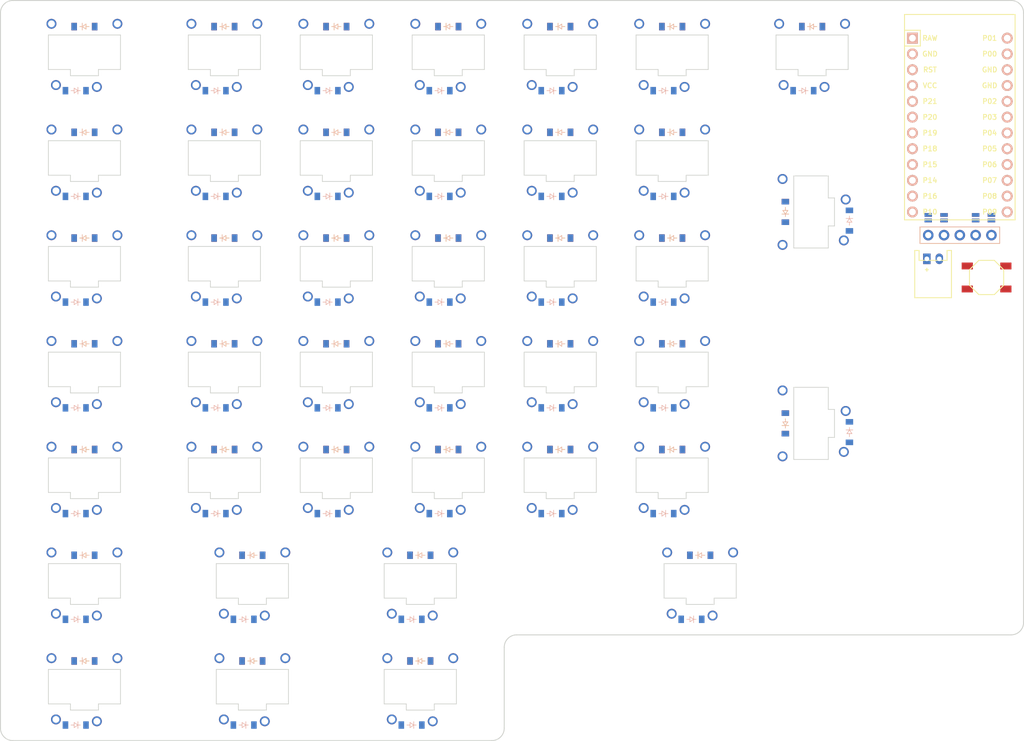
<source format=kicad_pcb>
(kicad_pcb (version 20171130) (host pcbnew 5.1.6)
  (title_block (title left) (rev v1.0.0) (company Unknown))
  (layers (0 F.Cu signal) (31 B.Cu signal) (34 B.Paste user) (35 F.Paste user) (36 B.SilkS user) (37 F.SilkS user) (38 B.Mask user) (39 F.Mask user) (44 Edge.Cuts user))
  (net 0 "")
  (net 1 "left_bottom")
  (net 2 "C0")
  (net 3 "left_home")
  (net 4 "left_top")
  (net 5 "left_num")
  (net 6 "left_f")
  (net 7 "q_bottom")
  (net 8 "C1")
  (net 9 "q_home")
  (net 10 "q_top")
  (net 11 "q_num")
  (net 12 "q_f")
  (net 13 "w_bottom")
  (net 14 "C2")
  (net 15 "w_home")
  (net 16 "w_top")
  (net 17 "w_num")
  (net 18 "w_f")
  (net 19 "e_bottom")
  (net 20 "C3")
  (net 21 "e_home")
  (net 22 "e_top")
  (net 23 "e_num")
  (net 24 "e_f")
  (net 25 "r_bottom")
  (net 26 "C4")
  (net 27 "r_home")
  (net 28 "r_top")
  (net 29 "r_num")
  (net 30 "r_f")
  (net 31 "t_bottom")
  (net 32 "C5")
  (net 33 "t_home")
  (net 34 "t_top")
  (net 35 "t_num")
  (net 36 "t_f")
  (net 37 "one_down")
  (net 38 "one_up")
  (net 39 "two_down")
  (net 40 "two_up")
  (net 41 "three_down")
  (net 42 "three_up")
  (net 43 "one_f")
  (net 44 "C6")
  (net 45 "space_space")
  (net 46 "one_enter")
  (net 47 "one_back")
  (net 48 "R4")
  (net 49 "R3")
  (net 50 "R2")
  (net 51 "R1")
  (net 52 "R0")
  (net 53 "R7")
  (net 54 "R6")
  (net 55 "bl_left_bottomR4")
  (net 56 "GND")
  (net 57 "bl_left_homeR3")
  (net 58 "bl_left_topR2")
  (net 59 "bl_left_numR1")
  (net 60 "bl_left_fR0")
  (net 61 "bl_q_bottomR4")
  (net 62 "bl_q_homeR3")
  (net 63 "bl_q_topR2")
  (net 64 "bl_q_numR1")
  (net 65 "bl_q_fR0")
  (net 66 "bl_w_bottomR4")
  (net 67 "bl_w_homeR3")
  (net 68 "bl_w_topR2")
  (net 69 "bl_w_numR1")
  (net 70 "bl_w_fR0")
  (net 71 "bl_e_bottomR4")
  (net 72 "bl_e_homeR3")
  (net 73 "bl_e_topR2")
  (net 74 "bl_e_numR1")
  (net 75 "bl_e_fR0")
  (net 76 "bl_r_bottomR4")
  (net 77 "bl_r_homeR3")
  (net 78 "bl_r_topR2")
  (net 79 "bl_r_numR1")
  (net 80 "bl_r_fR0")
  (net 81 "bl_t_bottomR4")
  (net 82 "bl_t_homeR3")
  (net 83 "bl_t_topR2")
  (net 84 "bl_t_numR1")
  (net 85 "bl_t_fR0")
  (net 86 "bl_one_downR7")
  (net 87 "bl_one_upR6")
  (net 88 "bl_two_downR7")
  (net 89 "bl_two_upR6")
  (net 90 "bl_three_downR7")
  (net 91 "bl_three_upR6")
  (net 92 "bl_one_fR0")
  (net 93 "bl_space_spaceR6")
  (net 94 "bl_one_enterR2")
  (net 95 "bl_one_backR1")
  (net 96 "bl_pwr")
  (net 97 "BAT_P")
  (net 98 "RST")
  (net 99 "VCC")
  (net 100 "F10")
  (net 101 "DPC")
  (net 102 "DPD")
  (net 103 "DPE")
  (net 104 "R5")
  (net 105 "DISP1_1")
  (net 106 "DISP1_2")
  (net 107 "DISP1_4")
  (net 108 "DISP1_5")
  (module lib:Kailh_PG1232 (layer F.Cu) (at 35 100 0)
    (fp_text reference "S1" hide)
    (fp_text value Kailh_PG1232)
    (fp_line (start 2.25 2.6) (end 5.8 2.6) (layer Edge.Cuts) (width 0.12))
    (fp_line (start -2.25 2.6) (end -5.8 2.6) (layer Edge.Cuts) (width 0.12))
    (fp_line (start 2.25 3.6) (end 2.25 2.6) (layer Edge.Cuts) (width 0.12))
    (fp_line (start -2.25 3.6) (end 2.25 3.6) (layer Edge.Cuts) (width 0.12))
    (fp_line (start -2.25 2.6) (end -2.25 3.6) (layer Edge.Cuts) (width 0.12))
    (fp_line (start -5.8 2.6) (end -5.8 -2.95) (layer Edge.Cuts) (width 0.12))
    (fp_line (start 5.8 -2.95) (end 5.8 2.6) (layer Edge.Cuts) (width 0.12))
    (fp_line (start -5.8 -2.95) (end 5.8 -2.95) (layer Edge.Cuts) (width 0.12))
    (pad 3 thru_hole circle (at 5.3 -4.75) (size 1.6 1.6) (drill 1.1) (layers *.Cu *.Mask) (clearance 0.2))
    (pad 4 thru_hole circle (at -5.3 -4.75) (size 1.6 1.6) (drill 1.1) (layers *.Cu *.Mask) (clearance 0.2))
    (pad 1 thru_hole circle (at -4.58 5.1) (size 1.6 1.6) (drill 1.1) (layers *.Cu *.Mask) (net 1 "left_bottom") (clearance 0.2))
    (pad 2 thru_hole circle (at 2 5.4) (size 1.6 1.6) (drill 1.1) (layers *.Cu *.Mask) (net 2 "C0") (clearance 0.2))
  )
  (module lib:Kailh_PG1232 (layer F.Cu) (at 35 83 0)
    (fp_text reference "S2" hide)
    (fp_text value Kailh_PG1232)
    (fp_line (start 2.25 2.6) (end 5.8 2.6) (layer Edge.Cuts) (width 0.12))
    (fp_line (start -2.25 2.6) (end -5.8 2.6) (layer Edge.Cuts) (width 0.12))
    (fp_line (start 2.25 3.6) (end 2.25 2.6) (layer Edge.Cuts) (width 0.12))
    (fp_line (start -2.25 3.6) (end 2.25 3.6) (layer Edge.Cuts) (width 0.12))
    (fp_line (start -2.25 2.6) (end -2.25 3.6) (layer Edge.Cuts) (width 0.12))
    (fp_line (start -5.8 2.6) (end -5.8 -2.95) (layer Edge.Cuts) (width 0.12))
    (fp_line (start 5.8 -2.95) (end 5.8 2.6) (layer Edge.Cuts) (width 0.12))
    (fp_line (start -5.8 -2.95) (end 5.8 -2.95) (layer Edge.Cuts) (width 0.12))
    (pad 3 thru_hole circle (at 5.3 -4.75) (size 1.6 1.6) (drill 1.1) (layers *.Cu *.Mask) (clearance 0.2))
    (pad 4 thru_hole circle (at -5.3 -4.75) (size 1.6 1.6) (drill 1.1) (layers *.Cu *.Mask) (clearance 0.2))
    (pad 1 thru_hole circle (at -4.58 5.1) (size 1.6 1.6) (drill 1.1) (layers *.Cu *.Mask) (net 3 "left_home") (clearance 0.2))
    (pad 2 thru_hole circle (at 2 5.4) (size 1.6 1.6) (drill 1.1) (layers *.Cu *.Mask) (net 2 "C0") (clearance 0.2))
  )
  (module lib:Kailh_PG1232 (layer F.Cu) (at 35 66 0)
    (fp_text reference "S3" hide)
    (fp_text value Kailh_PG1232)
    (fp_line (start 2.25 2.6) (end 5.8 2.6) (layer Edge.Cuts) (width 0.12))
    (fp_line (start -2.25 2.6) (end -5.8 2.6) (layer Edge.Cuts) (width 0.12))
    (fp_line (start 2.25 3.6) (end 2.25 2.6) (layer Edge.Cuts) (width 0.12))
    (fp_line (start -2.25 3.6) (end 2.25 3.6) (layer Edge.Cuts) (width 0.12))
    (fp_line (start -2.25 2.6) (end -2.25 3.6) (layer Edge.Cuts) (width 0.12))
    (fp_line (start -5.8 2.6) (end -5.8 -2.95) (layer Edge.Cuts) (width 0.12))
    (fp_line (start 5.8 -2.95) (end 5.8 2.6) (layer Edge.Cuts) (width 0.12))
    (fp_line (start -5.8 -2.95) (end 5.8 -2.95) (layer Edge.Cuts) (width 0.12))
    (pad 3 thru_hole circle (at 5.3 -4.75) (size 1.6 1.6) (drill 1.1) (layers *.Cu *.Mask) (clearance 0.2))
    (pad 4 thru_hole circle (at -5.3 -4.75) (size 1.6 1.6) (drill 1.1) (layers *.Cu *.Mask) (clearance 0.2))
    (pad 1 thru_hole circle (at -4.58 5.1) (size 1.6 1.6) (drill 1.1) (layers *.Cu *.Mask) (net 4 "left_top") (clearance 0.2))
    (pad 2 thru_hole circle (at 2 5.4) (size 1.6 1.6) (drill 1.1) (layers *.Cu *.Mask) (net 2 "C0") (clearance 0.2))
  )
  (module lib:Kailh_PG1232 (layer F.Cu) (at 35 49 0)
    (fp_text reference "S4" hide)
    (fp_text value Kailh_PG1232)
    (fp_line (start 2.25 2.6) (end 5.8 2.6) (layer Edge.Cuts) (width 0.12))
    (fp_line (start -2.25 2.6) (end -5.8 2.6) (layer Edge.Cuts) (width 0.12))
    (fp_line (start 2.25 3.6) (end 2.25 2.6) (layer Edge.Cuts) (width 0.12))
    (fp_line (start -2.25 3.6) (end 2.25 3.6) (layer Edge.Cuts) (width 0.12))
    (fp_line (start -2.25 2.6) (end -2.25 3.6) (layer Edge.Cuts) (width 0.12))
    (fp_line (start -5.8 2.6) (end -5.8 -2.95) (layer Edge.Cuts) (width 0.12))
    (fp_line (start 5.8 -2.95) (end 5.8 2.6) (layer Edge.Cuts) (width 0.12))
    (fp_line (start -5.8 -2.95) (end 5.8 -2.95) (layer Edge.Cuts) (width 0.12))
    (pad 3 thru_hole circle (at 5.3 -4.75) (size 1.6 1.6) (drill 1.1) (layers *.Cu *.Mask) (clearance 0.2))
    (pad 4 thru_hole circle (at -5.3 -4.75) (size 1.6 1.6) (drill 1.1) (layers *.Cu *.Mask) (clearance 0.2))
    (pad 1 thru_hole circle (at -4.58 5.1) (size 1.6 1.6) (drill 1.1) (layers *.Cu *.Mask) (net 5 "left_num") (clearance 0.2))
    (pad 2 thru_hole circle (at 2 5.4) (size 1.6 1.6) (drill 1.1) (layers *.Cu *.Mask) (net 2 "C0") (clearance 0.2))
  )
  (module lib:Kailh_PG1232 (layer F.Cu) (at 35 32 0)
    (fp_text reference "S5" hide)
    (fp_text value Kailh_PG1232)
    (fp_line (start 2.25 2.6) (end 5.8 2.6) (layer Edge.Cuts) (width 0.12))
    (fp_line (start -2.25 2.6) (end -5.8 2.6) (layer Edge.Cuts) (width 0.12))
    (fp_line (start 2.25 3.6) (end 2.25 2.6) (layer Edge.Cuts) (width 0.12))
    (fp_line (start -2.25 3.6) (end 2.25 3.6) (layer Edge.Cuts) (width 0.12))
    (fp_line (start -2.25 2.6) (end -2.25 3.6) (layer Edge.Cuts) (width 0.12))
    (fp_line (start -5.8 2.6) (end -5.8 -2.95) (layer Edge.Cuts) (width 0.12))
    (fp_line (start 5.8 -2.95) (end 5.8 2.6) (layer Edge.Cuts) (width 0.12))
    (fp_line (start -5.8 -2.95) (end 5.8 -2.95) (layer Edge.Cuts) (width 0.12))
    (pad 3 thru_hole circle (at 5.3 -4.75) (size 1.6 1.6) (drill 1.1) (layers *.Cu *.Mask) (clearance 0.2))
    (pad 4 thru_hole circle (at -5.3 -4.75) (size 1.6 1.6) (drill 1.1) (layers *.Cu *.Mask) (clearance 0.2))
    (pad 1 thru_hole circle (at -4.58 5.1) (size 1.6 1.6) (drill 1.1) (layers *.Cu *.Mask) (net 6 "left_f") (clearance 0.2))
    (pad 2 thru_hole circle (at 2 5.4) (size 1.6 1.6) (drill 1.1) (layers *.Cu *.Mask) (net 2 "C0") (clearance 0.2))
  )
  (module lib:Kailh_PG1232 (layer F.Cu) (at 57.5 100 0)
    (fp_text reference "S6" hide)
    (fp_text value Kailh_PG1232)
    (fp_line (start 2.25 2.6) (end 5.8 2.6) (layer Edge.Cuts) (width 0.12))
    (fp_line (start -2.25 2.6) (end -5.8 2.6) (layer Edge.Cuts) (width 0.12))
    (fp_line (start 2.25 3.6) (end 2.25 2.6) (layer Edge.Cuts) (width 0.12))
    (fp_line (start -2.25 3.6) (end 2.25 3.6) (layer Edge.Cuts) (width 0.12))
    (fp_line (start -2.25 2.6) (end -2.25 3.6) (layer Edge.Cuts) (width 0.12))
    (fp_line (start -5.8 2.6) (end -5.8 -2.95) (layer Edge.Cuts) (width 0.12))
    (fp_line (start 5.8 -2.95) (end 5.8 2.6) (layer Edge.Cuts) (width 0.12))
    (fp_line (start -5.8 -2.95) (end 5.8 -2.95) (layer Edge.Cuts) (width 0.12))
    (pad 3 thru_hole circle (at 5.3 -4.75) (size 1.6 1.6) (drill 1.1) (layers *.Cu *.Mask) (clearance 0.2))
    (pad 4 thru_hole circle (at -5.3 -4.75) (size 1.6 1.6) (drill 1.1) (layers *.Cu *.Mask) (clearance 0.2))
    (pad 1 thru_hole circle (at -4.58 5.1) (size 1.6 1.6) (drill 1.1) (layers *.Cu *.Mask) (net 7 "q_bottom") (clearance 0.2))
    (pad 2 thru_hole circle (at 2 5.4) (size 1.6 1.6) (drill 1.1) (layers *.Cu *.Mask) (net 8 "C1") (clearance 0.2))
  )
  (module lib:Kailh_PG1232 (layer F.Cu) (at 57.5 83 0)
    (fp_text reference "S7" hide)
    (fp_text value Kailh_PG1232)
    (fp_line (start 2.25 2.6) (end 5.8 2.6) (layer Edge.Cuts) (width 0.12))
    (fp_line (start -2.25 2.6) (end -5.8 2.6) (layer Edge.Cuts) (width 0.12))
    (fp_line (start 2.25 3.6) (end 2.25 2.6) (layer Edge.Cuts) (width 0.12))
    (fp_line (start -2.25 3.6) (end 2.25 3.6) (layer Edge.Cuts) (width 0.12))
    (fp_line (start -2.25 2.6) (end -2.25 3.6) (layer Edge.Cuts) (width 0.12))
    (fp_line (start -5.8 2.6) (end -5.8 -2.95) (layer Edge.Cuts) (width 0.12))
    (fp_line (start 5.8 -2.95) (end 5.8 2.6) (layer Edge.Cuts) (width 0.12))
    (fp_line (start -5.8 -2.95) (end 5.8 -2.95) (layer Edge.Cuts) (width 0.12))
    (pad 3 thru_hole circle (at 5.3 -4.75) (size 1.6 1.6) (drill 1.1) (layers *.Cu *.Mask) (clearance 0.2))
    (pad 4 thru_hole circle (at -5.3 -4.75) (size 1.6 1.6) (drill 1.1) (layers *.Cu *.Mask) (clearance 0.2))
    (pad 1 thru_hole circle (at -4.58 5.1) (size 1.6 1.6) (drill 1.1) (layers *.Cu *.Mask) (net 9 "q_home") (clearance 0.2))
    (pad 2 thru_hole circle (at 2 5.4) (size 1.6 1.6) (drill 1.1) (layers *.Cu *.Mask) (net 8 "C1") (clearance 0.2))
  )
  (module lib:Kailh_PG1232 (layer F.Cu) (at 57.5 66 0)
    (fp_text reference "S8" hide)
    (fp_text value Kailh_PG1232)
    (fp_line (start 2.25 2.6) (end 5.8 2.6) (layer Edge.Cuts) (width 0.12))
    (fp_line (start -2.25 2.6) (end -5.8 2.6) (layer Edge.Cuts) (width 0.12))
    (fp_line (start 2.25 3.6) (end 2.25 2.6) (layer Edge.Cuts) (width 0.12))
    (fp_line (start -2.25 3.6) (end 2.25 3.6) (layer Edge.Cuts) (width 0.12))
    (fp_line (start -2.25 2.6) (end -2.25 3.6) (layer Edge.Cuts) (width 0.12))
    (fp_line (start -5.8 2.6) (end -5.8 -2.95) (layer Edge.Cuts) (width 0.12))
    (fp_line (start 5.8 -2.95) (end 5.8 2.6) (layer Edge.Cuts) (width 0.12))
    (fp_line (start -5.8 -2.95) (end 5.8 -2.95) (layer Edge.Cuts) (width 0.12))
    (pad 3 thru_hole circle (at 5.3 -4.75) (size 1.6 1.6) (drill 1.1) (layers *.Cu *.Mask) (clearance 0.2))
    (pad 4 thru_hole circle (at -5.3 -4.75) (size 1.6 1.6) (drill 1.1) (layers *.Cu *.Mask) (clearance 0.2))
    (pad 1 thru_hole circle (at -4.58 5.1) (size 1.6 1.6) (drill 1.1) (layers *.Cu *.Mask) (net 10 "q_top") (clearance 0.2))
    (pad 2 thru_hole circle (at 2 5.4) (size 1.6 1.6) (drill 1.1) (layers *.Cu *.Mask) (net 8 "C1") (clearance 0.2))
  )
  (module lib:Kailh_PG1232 (layer F.Cu) (at 57.5 49 0)
    (fp_text reference "S9" hide)
    (fp_text value Kailh_PG1232)
    (fp_line (start 2.25 2.6) (end 5.8 2.6) (layer Edge.Cuts) (width 0.12))
    (fp_line (start -2.25 2.6) (end -5.8 2.6) (layer Edge.Cuts) (width 0.12))
    (fp_line (start 2.25 3.6) (end 2.25 2.6) (layer Edge.Cuts) (width 0.12))
    (fp_line (start -2.25 3.6) (end 2.25 3.6) (layer Edge.Cuts) (width 0.12))
    (fp_line (start -2.25 2.6) (end -2.25 3.6) (layer Edge.Cuts) (width 0.12))
    (fp_line (start -5.8 2.6) (end -5.8 -2.95) (layer Edge.Cuts) (width 0.12))
    (fp_line (start 5.8 -2.95) (end 5.8 2.6) (layer Edge.Cuts) (width 0.12))
    (fp_line (start -5.8 -2.95) (end 5.8 -2.95) (layer Edge.Cuts) (width 0.12))
    (pad 3 thru_hole circle (at 5.3 -4.75) (size 1.6 1.6) (drill 1.1) (layers *.Cu *.Mask) (clearance 0.2))
    (pad 4 thru_hole circle (at -5.3 -4.75) (size 1.6 1.6) (drill 1.1) (layers *.Cu *.Mask) (clearance 0.2))
    (pad 1 thru_hole circle (at -4.58 5.1) (size 1.6 1.6) (drill 1.1) (layers *.Cu *.Mask) (net 11 "q_num") (clearance 0.2))
    (pad 2 thru_hole circle (at 2 5.4) (size 1.6 1.6) (drill 1.1) (layers *.Cu *.Mask) (net 8 "C1") (clearance 0.2))
  )
  (module lib:Kailh_PG1232 (layer F.Cu) (at 57.5 32 0)
    (fp_text reference "S10" hide)
    (fp_text value Kailh_PG1232)
    (fp_line (start 2.25 2.6) (end 5.8 2.6) (layer Edge.Cuts) (width 0.12))
    (fp_line (start -2.25 2.6) (end -5.8 2.6) (layer Edge.Cuts) (width 0.12))
    (fp_line (start 2.25 3.6) (end 2.25 2.6) (layer Edge.Cuts) (width 0.12))
    (fp_line (start -2.25 3.6) (end 2.25 3.6) (layer Edge.Cuts) (width 0.12))
    (fp_line (start -2.25 2.6) (end -2.25 3.6) (layer Edge.Cuts) (width 0.12))
    (fp_line (start -5.8 2.6) (end -5.8 -2.95) (layer Edge.Cuts) (width 0.12))
    (fp_line (start 5.8 -2.95) (end 5.8 2.6) (layer Edge.Cuts) (width 0.12))
    (fp_line (start -5.8 -2.95) (end 5.8 -2.95) (layer Edge.Cuts) (width 0.12))
    (pad 3 thru_hole circle (at 5.3 -4.75) (size 1.6 1.6) (drill 1.1) (layers *.Cu *.Mask) (clearance 0.2))
    (pad 4 thru_hole circle (at -5.3 -4.75) (size 1.6 1.6) (drill 1.1) (layers *.Cu *.Mask) (clearance 0.2))
    (pad 1 thru_hole circle (at -4.58 5.1) (size 1.6 1.6) (drill 1.1) (layers *.Cu *.Mask) (net 12 "q_f") (clearance 0.2))
    (pad 2 thru_hole circle (at 2 5.4) (size 1.6 1.6) (drill 1.1) (layers *.Cu *.Mask) (net 8 "C1") (clearance 0.2))
  )
  (module lib:Kailh_PG1232 (layer F.Cu) (at 75.5 100 0)
    (fp_text reference "S11" hide)
    (fp_text value Kailh_PG1232)
    (fp_line (start 2.25 2.6) (end 5.8 2.6) (layer Edge.Cuts) (width 0.12))
    (fp_line (start -2.25 2.6) (end -5.8 2.6) (layer Edge.Cuts) (width 0.12))
    (fp_line (start 2.25 3.6) (end 2.25 2.6) (layer Edge.Cuts) (width 0.12))
    (fp_line (start -2.25 3.6) (end 2.25 3.6) (layer Edge.Cuts) (width 0.12))
    (fp_line (start -2.25 2.6) (end -2.25 3.6) (layer Edge.Cuts) (width 0.12))
    (fp_line (start -5.8 2.6) (end -5.8 -2.95) (layer Edge.Cuts) (width 0.12))
    (fp_line (start 5.8 -2.95) (end 5.8 2.6) (layer Edge.Cuts) (width 0.12))
    (fp_line (start -5.8 -2.95) (end 5.8 -2.95) (layer Edge.Cuts) (width 0.12))
    (pad 3 thru_hole circle (at 5.3 -4.75) (size 1.6 1.6) (drill 1.1) (layers *.Cu *.Mask) (clearance 0.2))
    (pad 4 thru_hole circle (at -5.3 -4.75) (size 1.6 1.6) (drill 1.1) (layers *.Cu *.Mask) (clearance 0.2))
    (pad 1 thru_hole circle (at -4.58 5.1) (size 1.6 1.6) (drill 1.1) (layers *.Cu *.Mask) (net 13 "w_bottom") (clearance 0.2))
    (pad 2 thru_hole circle (at 2 5.4) (size 1.6 1.6) (drill 1.1) (layers *.Cu *.Mask) (net 14 "C2") (clearance 0.2))
  )
  (module lib:Kailh_PG1232 (layer F.Cu) (at 75.5 83 0)
    (fp_text reference "S12" hide)
    (fp_text value Kailh_PG1232)
    (fp_line (start 2.25 2.6) (end 5.8 2.6) (layer Edge.Cuts) (width 0.12))
    (fp_line (start -2.25 2.6) (end -5.8 2.6) (layer Edge.Cuts) (width 0.12))
    (fp_line (start 2.25 3.6) (end 2.25 2.6) (layer Edge.Cuts) (width 0.12))
    (fp_line (start -2.25 3.6) (end 2.25 3.6) (layer Edge.Cuts) (width 0.12))
    (fp_line (start -2.25 2.6) (end -2.25 3.6) (layer Edge.Cuts) (width 0.12))
    (fp_line (start -5.8 2.6) (end -5.8 -2.95) (layer Edge.Cuts) (width 0.12))
    (fp_line (start 5.8 -2.95) (end 5.8 2.6) (layer Edge.Cuts) (width 0.12))
    (fp_line (start -5.8 -2.95) (end 5.8 -2.95) (layer Edge.Cuts) (width 0.12))
    (pad 3 thru_hole circle (at 5.3 -4.75) (size 1.6 1.6) (drill 1.1) (layers *.Cu *.Mask) (clearance 0.2))
    (pad 4 thru_hole circle (at -5.3 -4.75) (size 1.6 1.6) (drill 1.1) (layers *.Cu *.Mask) (clearance 0.2))
    (pad 1 thru_hole circle (at -4.58 5.1) (size 1.6 1.6) (drill 1.1) (layers *.Cu *.Mask) (net 15 "w_home") (clearance 0.2))
    (pad 2 thru_hole circle (at 2 5.4) (size 1.6 1.6) (drill 1.1) (layers *.Cu *.Mask) (net 14 "C2") (clearance 0.2))
  )
  (module lib:Kailh_PG1232 (layer F.Cu) (at 75.5 66 0)
    (fp_text reference "S13" hide)
    (fp_text value Kailh_PG1232)
    (fp_line (start 2.25 2.6) (end 5.8 2.6) (layer Edge.Cuts) (width 0.12))
    (fp_line (start -2.25 2.6) (end -5.8 2.6) (layer Edge.Cuts) (width 0.12))
    (fp_line (start 2.25 3.6) (end 2.25 2.6) (layer Edge.Cuts) (width 0.12))
    (fp_line (start -2.25 3.6) (end 2.25 3.6) (layer Edge.Cuts) (width 0.12))
    (fp_line (start -2.25 2.6) (end -2.25 3.6) (layer Edge.Cuts) (width 0.12))
    (fp_line (start -5.8 2.6) (end -5.8 -2.95) (layer Edge.Cuts) (width 0.12))
    (fp_line (start 5.8 -2.95) (end 5.8 2.6) (layer Edge.Cuts) (width 0.12))
    (fp_line (start -5.8 -2.95) (end 5.8 -2.95) (layer Edge.Cuts) (width 0.12))
    (pad 3 thru_hole circle (at 5.3 -4.75) (size 1.6 1.6) (drill 1.1) (layers *.Cu *.Mask) (clearance 0.2))
    (pad 4 thru_hole circle (at -5.3 -4.75) (size 1.6 1.6) (drill 1.1) (layers *.Cu *.Mask) (clearance 0.2))
    (pad 1 thru_hole circle (at -4.58 5.1) (size 1.6 1.6) (drill 1.1) (layers *.Cu *.Mask) (net 16 "w_top") (clearance 0.2))
    (pad 2 thru_hole circle (at 2 5.4) (size 1.6 1.6) (drill 1.1) (layers *.Cu *.Mask) (net 14 "C2") (clearance 0.2))
  )
  (module lib:Kailh_PG1232 (layer F.Cu) (at 75.5 49 0)
    (fp_text reference "S14" hide)
    (fp_text value Kailh_PG1232)
    (fp_line (start 2.25 2.6) (end 5.8 2.6) (layer Edge.Cuts) (width 0.12))
    (fp_line (start -2.25 2.6) (end -5.8 2.6) (layer Edge.Cuts) (width 0.12))
    (fp_line (start 2.25 3.6) (end 2.25 2.6) (layer Edge.Cuts) (width 0.12))
    (fp_line (start -2.25 3.6) (end 2.25 3.6) (layer Edge.Cuts) (width 0.12))
    (fp_line (start -2.25 2.6) (end -2.25 3.6) (layer Edge.Cuts) (width 0.12))
    (fp_line (start -5.8 2.6) (end -5.8 -2.95) (layer Edge.Cuts) (width 0.12))
    (fp_line (start 5.8 -2.95) (end 5.8 2.6) (layer Edge.Cuts) (width 0.12))
    (fp_line (start -5.8 -2.95) (end 5.8 -2.95) (layer Edge.Cuts) (width 0.12))
    (pad 3 thru_hole circle (at 5.3 -4.75) (size 1.6 1.6) (drill 1.1) (layers *.Cu *.Mask) (clearance 0.2))
    (pad 4 thru_hole circle (at -5.3 -4.75) (size 1.6 1.6) (drill 1.1) (layers *.Cu *.Mask) (clearance 0.2))
    (pad 1 thru_hole circle (at -4.58 5.1) (size 1.6 1.6) (drill 1.1) (layers *.Cu *.Mask) (net 17 "w_num") (clearance 0.2))
    (pad 2 thru_hole circle (at 2 5.4) (size 1.6 1.6) (drill 1.1) (layers *.Cu *.Mask) (net 14 "C2") (clearance 0.2))
  )
  (module lib:Kailh_PG1232 (layer F.Cu) (at 75.5 32 0)
    (fp_text reference "S15" hide)
    (fp_text value Kailh_PG1232)
    (fp_line (start 2.25 2.6) (end 5.8 2.6) (layer Edge.Cuts) (width 0.12))
    (fp_line (start -2.25 2.6) (end -5.8 2.6) (layer Edge.Cuts) (width 0.12))
    (fp_line (start 2.25 3.6) (end 2.25 2.6) (layer Edge.Cuts) (width 0.12))
    (fp_line (start -2.25 3.6) (end 2.25 3.6) (layer Edge.Cuts) (width 0.12))
    (fp_line (start -2.25 2.6) (end -2.25 3.6) (layer Edge.Cuts) (width 0.12))
    (fp_line (start -5.8 2.6) (end -5.8 -2.95) (layer Edge.Cuts) (width 0.12))
    (fp_line (start 5.8 -2.95) (end 5.8 2.6) (layer Edge.Cuts) (width 0.12))
    (fp_line (start -5.8 -2.95) (end 5.8 -2.95) (layer Edge.Cuts) (width 0.12))
    (pad 3 thru_hole circle (at 5.3 -4.75) (size 1.6 1.6) (drill 1.1) (layers *.Cu *.Mask) (clearance 0.2))
    (pad 4 thru_hole circle (at -5.3 -4.75) (size 1.6 1.6) (drill 1.1) (layers *.Cu *.Mask) (clearance 0.2))
    (pad 1 thru_hole circle (at -4.58 5.1) (size 1.6 1.6) (drill 1.1) (layers *.Cu *.Mask) (net 18 "w_f") (clearance 0.2))
    (pad 2 thru_hole circle (at 2 5.4) (size 1.6 1.6) (drill 1.1) (layers *.Cu *.Mask) (net 14 "C2") (clearance 0.2))
  )
  (module lib:Kailh_PG1232 (layer F.Cu) (at 93.5 100 0)
    (fp_text reference "S16" hide)
    (fp_text value Kailh_PG1232)
    (fp_line (start 2.25 2.6) (end 5.8 2.6) (layer Edge.Cuts) (width 0.12))
    (fp_line (start -2.25 2.6) (end -5.8 2.6) (layer Edge.Cuts) (width 0.12))
    (fp_line (start 2.25 3.6) (end 2.25 2.6) (layer Edge.Cuts) (width 0.12))
    (fp_line (start -2.25 3.6) (end 2.25 3.6) (layer Edge.Cuts) (width 0.12))
    (fp_line (start -2.25 2.6) (end -2.25 3.6) (layer Edge.Cuts) (width 0.12))
    (fp_line (start -5.8 2.6) (end -5.8 -2.95) (layer Edge.Cuts) (width 0.12))
    (fp_line (start 5.8 -2.95) (end 5.8 2.6) (layer Edge.Cuts) (width 0.12))
    (fp_line (start -5.8 -2.95) (end 5.8 -2.95) (layer Edge.Cuts) (width 0.12))
    (pad 3 thru_hole circle (at 5.3 -4.75) (size 1.6 1.6) (drill 1.1) (layers *.Cu *.Mask) (clearance 0.2))
    (pad 4 thru_hole circle (at -5.3 -4.75) (size 1.6 1.6) (drill 1.1) (layers *.Cu *.Mask) (clearance 0.2))
    (pad 1 thru_hole circle (at -4.58 5.1) (size 1.6 1.6) (drill 1.1) (layers *.Cu *.Mask) (net 19 "e_bottom") (clearance 0.2))
    (pad 2 thru_hole circle (at 2 5.4) (size 1.6 1.6) (drill 1.1) (layers *.Cu *.Mask) (net 20 "C3") (clearance 0.2))
  )
  (module lib:Kailh_PG1232 (layer F.Cu) (at 93.5 83 0)
    (fp_text reference "S17" hide)
    (fp_text value Kailh_PG1232)
    (fp_line (start 2.25 2.6) (end 5.8 2.6) (layer Edge.Cuts) (width 0.12))
    (fp_line (start -2.25 2.6) (end -5.8 2.6) (layer Edge.Cuts) (width 0.12))
    (fp_line (start 2.25 3.6) (end 2.25 2.6) (layer Edge.Cuts) (width 0.12))
    (fp_line (start -2.25 3.6) (end 2.25 3.6) (layer Edge.Cuts) (width 0.12))
    (fp_line (start -2.25 2.6) (end -2.25 3.6) (layer Edge.Cuts) (width 0.12))
    (fp_line (start -5.8 2.6) (end -5.8 -2.95) (layer Edge.Cuts) (width 0.12))
    (fp_line (start 5.8 -2.95) (end 5.8 2.6) (layer Edge.Cuts) (width 0.12))
    (fp_line (start -5.8 -2.95) (end 5.8 -2.95) (layer Edge.Cuts) (width 0.12))
    (pad 3 thru_hole circle (at 5.3 -4.75) (size 1.6 1.6) (drill 1.1) (layers *.Cu *.Mask) (clearance 0.2))
    (pad 4 thru_hole circle (at -5.3 -4.75) (size 1.6 1.6) (drill 1.1) (layers *.Cu *.Mask) (clearance 0.2))
    (pad 1 thru_hole circle (at -4.58 5.1) (size 1.6 1.6) (drill 1.1) (layers *.Cu *.Mask) (net 21 "e_home") (clearance 0.2))
    (pad 2 thru_hole circle (at 2 5.4) (size 1.6 1.6) (drill 1.1) (layers *.Cu *.Mask) (net 20 "C3") (clearance 0.2))
  )
  (module lib:Kailh_PG1232 (layer F.Cu) (at 93.5 66 0)
    (fp_text reference "S18" hide)
    (fp_text value Kailh_PG1232)
    (fp_line (start 2.25 2.6) (end 5.8 2.6) (layer Edge.Cuts) (width 0.12))
    (fp_line (start -2.25 2.6) (end -5.8 2.6) (layer Edge.Cuts) (width 0.12))
    (fp_line (start 2.25 3.6) (end 2.25 2.6) (layer Edge.Cuts) (width 0.12))
    (fp_line (start -2.25 3.6) (end 2.25 3.6) (layer Edge.Cuts) (width 0.12))
    (fp_line (start -2.25 2.6) (end -2.25 3.6) (layer Edge.Cuts) (width 0.12))
    (fp_line (start -5.8 2.6) (end -5.8 -2.95) (layer Edge.Cuts) (width 0.12))
    (fp_line (start 5.8 -2.95) (end 5.8 2.6) (layer Edge.Cuts) (width 0.12))
    (fp_line (start -5.8 -2.95) (end 5.8 -2.95) (layer Edge.Cuts) (width 0.12))
    (pad 3 thru_hole circle (at 5.3 -4.75) (size 1.6 1.6) (drill 1.1) (layers *.Cu *.Mask) (clearance 0.2))
    (pad 4 thru_hole circle (at -5.3 -4.75) (size 1.6 1.6) (drill 1.1) (layers *.Cu *.Mask) (clearance 0.2))
    (pad 1 thru_hole circle (at -4.58 5.1) (size 1.6 1.6) (drill 1.1) (layers *.Cu *.Mask) (net 22 "e_top") (clearance 0.2))
    (pad 2 thru_hole circle (at 2 5.4) (size 1.6 1.6) (drill 1.1) (layers *.Cu *.Mask) (net 20 "C3") (clearance 0.2))
  )
  (module lib:Kailh_PG1232 (layer F.Cu) (at 93.5 49 0)
    (fp_text reference "S19" hide)
    (fp_text value Kailh_PG1232)
    (fp_line (start 2.25 2.6) (end 5.8 2.6) (layer Edge.Cuts) (width 0.12))
    (fp_line (start -2.25 2.6) (end -5.8 2.6) (layer Edge.Cuts) (width 0.12))
    (fp_line (start 2.25 3.6) (end 2.25 2.6) (layer Edge.Cuts) (width 0.12))
    (fp_line (start -2.25 3.6) (end 2.25 3.6) (layer Edge.Cuts) (width 0.12))
    (fp_line (start -2.25 2.6) (end -2.25 3.6) (layer Edge.Cuts) (width 0.12))
    (fp_line (start -5.8 2.6) (end -5.8 -2.95) (layer Edge.Cuts) (width 0.12))
    (fp_line (start 5.8 -2.95) (end 5.8 2.6) (layer Edge.Cuts) (width 0.12))
    (fp_line (start -5.8 -2.95) (end 5.8 -2.95) (layer Edge.Cuts) (width 0.12))
    (pad 3 thru_hole circle (at 5.3 -4.75) (size 1.6 1.6) (drill 1.1) (layers *.Cu *.Mask) (clearance 0.2))
    (pad 4 thru_hole circle (at -5.3 -4.75) (size 1.6 1.6) (drill 1.1) (layers *.Cu *.Mask) (clearance 0.2))
    (pad 1 thru_hole circle (at -4.58 5.1) (size 1.6 1.6) (drill 1.1) (layers *.Cu *.Mask) (net 23 "e_num") (clearance 0.2))
    (pad 2 thru_hole circle (at 2 5.4) (size 1.6 1.6) (drill 1.1) (layers *.Cu *.Mask) (net 20 "C3") (clearance 0.2))
  )
  (module lib:Kailh_PG1232 (layer F.Cu) (at 93.5 32 0)
    (fp_text reference "S20" hide)
    (fp_text value Kailh_PG1232)
    (fp_line (start 2.25 2.6) (end 5.8 2.6) (layer Edge.Cuts) (width 0.12))
    (fp_line (start -2.25 2.6) (end -5.8 2.6) (layer Edge.Cuts) (width 0.12))
    (fp_line (start 2.25 3.6) (end 2.25 2.6) (layer Edge.Cuts) (width 0.12))
    (fp_line (start -2.25 3.6) (end 2.25 3.6) (layer Edge.Cuts) (width 0.12))
    (fp_line (start -2.25 2.6) (end -2.25 3.6) (layer Edge.Cuts) (width 0.12))
    (fp_line (start -5.8 2.6) (end -5.8 -2.95) (layer Edge.Cuts) (width 0.12))
    (fp_line (start 5.8 -2.95) (end 5.8 2.6) (layer Edge.Cuts) (width 0.12))
    (fp_line (start -5.8 -2.95) (end 5.8 -2.95) (layer Edge.Cuts) (width 0.12))
    (pad 3 thru_hole circle (at 5.3 -4.75) (size 1.6 1.6) (drill 1.1) (layers *.Cu *.Mask) (clearance 0.2))
    (pad 4 thru_hole circle (at -5.3 -4.75) (size 1.6 1.6) (drill 1.1) (layers *.Cu *.Mask) (clearance 0.2))
    (pad 1 thru_hole circle (at -4.58 5.1) (size 1.6 1.6) (drill 1.1) (layers *.Cu *.Mask) (net 24 "e_f") (clearance 0.2))
    (pad 2 thru_hole circle (at 2 5.4) (size 1.6 1.6) (drill 1.1) (layers *.Cu *.Mask) (net 20 "C3") (clearance 0.2))
  )
  (module lib:Kailh_PG1232 (layer F.Cu) (at 111.5 100 0)
    (fp_text reference "S21" hide)
    (fp_text value Kailh_PG1232)
    (fp_line (start 2.25 2.6) (end 5.8 2.6) (layer Edge.Cuts) (width 0.12))
    (fp_line (start -2.25 2.6) (end -5.8 2.6) (layer Edge.Cuts) (width 0.12))
    (fp_line (start 2.25 3.6) (end 2.25 2.6) (layer Edge.Cuts) (width 0.12))
    (fp_line (start -2.25 3.6) (end 2.25 3.6) (layer Edge.Cuts) (width 0.12))
    (fp_line (start -2.25 2.6) (end -2.25 3.6) (layer Edge.Cuts) (width 0.12))
    (fp_line (start -5.8 2.6) (end -5.8 -2.95) (layer Edge.Cuts) (width 0.12))
    (fp_line (start 5.8 -2.95) (end 5.8 2.6) (layer Edge.Cuts) (width 0.12))
    (fp_line (start -5.8 -2.95) (end 5.8 -2.95) (layer Edge.Cuts) (width 0.12))
    (pad 3 thru_hole circle (at 5.3 -4.75) (size 1.6 1.6) (drill 1.1) (layers *.Cu *.Mask) (clearance 0.2))
    (pad 4 thru_hole circle (at -5.3 -4.75) (size 1.6 1.6) (drill 1.1) (layers *.Cu *.Mask) (clearance 0.2))
    (pad 1 thru_hole circle (at -4.58 5.1) (size 1.6 1.6) (drill 1.1) (layers *.Cu *.Mask) (net 25 "r_bottom") (clearance 0.2))
    (pad 2 thru_hole circle (at 2 5.4) (size 1.6 1.6) (drill 1.1) (layers *.Cu *.Mask) (net 26 "C4") (clearance 0.2))
  )
  (module lib:Kailh_PG1232 (layer F.Cu) (at 111.5 83 0)
    (fp_text reference "S22" hide)
    (fp_text value Kailh_PG1232)
    (fp_line (start 2.25 2.6) (end 5.8 2.6) (layer Edge.Cuts) (width 0.12))
    (fp_line (start -2.25 2.6) (end -5.8 2.6) (layer Edge.Cuts) (width 0.12))
    (fp_line (start 2.25 3.6) (end 2.25 2.6) (layer Edge.Cuts) (width 0.12))
    (fp_line (start -2.25 3.6) (end 2.25 3.6) (layer Edge.Cuts) (width 0.12))
    (fp_line (start -2.25 2.6) (end -2.25 3.6) (layer Edge.Cuts) (width 0.12))
    (fp_line (start -5.8 2.6) (end -5.8 -2.95) (layer Edge.Cuts) (width 0.12))
    (fp_line (start 5.8 -2.95) (end 5.8 2.6) (layer Edge.Cuts) (width 0.12))
    (fp_line (start -5.8 -2.95) (end 5.8 -2.95) (layer Edge.Cuts) (width 0.12))
    (pad 3 thru_hole circle (at 5.3 -4.75) (size 1.6 1.6) (drill 1.1) (layers *.Cu *.Mask) (clearance 0.2))
    (pad 4 thru_hole circle (at -5.3 -4.75) (size 1.6 1.6) (drill 1.1) (layers *.Cu *.Mask) (clearance 0.2))
    (pad 1 thru_hole circle (at -4.58 5.1) (size 1.6 1.6) (drill 1.1) (layers *.Cu *.Mask) (net 27 "r_home") (clearance 0.2))
    (pad 2 thru_hole circle (at 2 5.4) (size 1.6 1.6) (drill 1.1) (layers *.Cu *.Mask) (net 26 "C4") (clearance 0.2))
  )
  (module lib:Kailh_PG1232 (layer F.Cu) (at 111.5 66 0)
    (fp_text reference "S23" hide)
    (fp_text value Kailh_PG1232)
    (fp_line (start 2.25 2.6) (end 5.8 2.6) (layer Edge.Cuts) (width 0.12))
    (fp_line (start -2.25 2.6) (end -5.8 2.6) (layer Edge.Cuts) (width 0.12))
    (fp_line (start 2.25 3.6) (end 2.25 2.6) (layer Edge.Cuts) (width 0.12))
    (fp_line (start -2.25 3.6) (end 2.25 3.6) (layer Edge.Cuts) (width 0.12))
    (fp_line (start -2.25 2.6) (end -2.25 3.6) (layer Edge.Cuts) (width 0.12))
    (fp_line (start -5.8 2.6) (end -5.8 -2.95) (layer Edge.Cuts) (width 0.12))
    (fp_line (start 5.8 -2.95) (end 5.8 2.6) (layer Edge.Cuts) (width 0.12))
    (fp_line (start -5.8 -2.95) (end 5.8 -2.95) (layer Edge.Cuts) (width 0.12))
    (pad 3 thru_hole circle (at 5.3 -4.75) (size 1.6 1.6) (drill 1.1) (layers *.Cu *.Mask) (clearance 0.2))
    (pad 4 thru_hole circle (at -5.3 -4.75) (size 1.6 1.6) (drill 1.1) (layers *.Cu *.Mask) (clearance 0.2))
    (pad 1 thru_hole circle (at -4.58 5.1) (size 1.6 1.6) (drill 1.1) (layers *.Cu *.Mask) (net 28 "r_top") (clearance 0.2))
    (pad 2 thru_hole circle (at 2 5.4) (size 1.6 1.6) (drill 1.1) (layers *.Cu *.Mask) (net 26 "C4") (clearance 0.2))
  )
  (module lib:Kailh_PG1232 (layer F.Cu) (at 111.5 49 0)
    (fp_text reference "S24" hide)
    (fp_text value Kailh_PG1232)
    (fp_line (start 2.25 2.6) (end 5.8 2.6) (layer Edge.Cuts) (width 0.12))
    (fp_line (start -2.25 2.6) (end -5.8 2.6) (layer Edge.Cuts) (width 0.12))
    (fp_line (start 2.25 3.6) (end 2.25 2.6) (layer Edge.Cuts) (width 0.12))
    (fp_line (start -2.25 3.6) (end 2.25 3.6) (layer Edge.Cuts) (width 0.12))
    (fp_line (start -2.25 2.6) (end -2.25 3.6) (layer Edge.Cuts) (width 0.12))
    (fp_line (start -5.8 2.6) (end -5.8 -2.95) (layer Edge.Cuts) (width 0.12))
    (fp_line (start 5.8 -2.95) (end 5.8 2.6) (layer Edge.Cuts) (width 0.12))
    (fp_line (start -5.8 -2.95) (end 5.8 -2.95) (layer Edge.Cuts) (width 0.12))
    (pad 3 thru_hole circle (at 5.3 -4.75) (size 1.6 1.6) (drill 1.1) (layers *.Cu *.Mask) (clearance 0.2))
    (pad 4 thru_hole circle (at -5.3 -4.75) (size 1.6 1.6) (drill 1.1) (layers *.Cu *.Mask) (clearance 0.2))
    (pad 1 thru_hole circle (at -4.58 5.1) (size 1.6 1.6) (drill 1.1) (layers *.Cu *.Mask) (net 29 "r_num") (clearance 0.2))
    (pad 2 thru_hole circle (at 2 5.4) (size 1.6 1.6) (drill 1.1) (layers *.Cu *.Mask) (net 26 "C4") (clearance 0.2))
  )
  (module lib:Kailh_PG1232 (layer F.Cu) (at 111.5 32 0)
    (fp_text reference "S25" hide)
    (fp_text value Kailh_PG1232)
    (fp_line (start 2.25 2.6) (end 5.8 2.6) (layer Edge.Cuts) (width 0.12))
    (fp_line (start -2.25 2.6) (end -5.8 2.6) (layer Edge.Cuts) (width 0.12))
    (fp_line (start 2.25 3.6) (end 2.25 2.6) (layer Edge.Cuts) (width 0.12))
    (fp_line (start -2.25 3.6) (end 2.25 3.6) (layer Edge.Cuts) (width 0.12))
    (fp_line (start -2.25 2.6) (end -2.25 3.6) (layer Edge.Cuts) (width 0.12))
    (fp_line (start -5.8 2.6) (end -5.8 -2.95) (layer Edge.Cuts) (width 0.12))
    (fp_line (start 5.8 -2.95) (end 5.8 2.6) (layer Edge.Cuts) (width 0.12))
    (fp_line (start -5.8 -2.95) (end 5.8 -2.95) (layer Edge.Cuts) (width 0.12))
    (pad 3 thru_hole circle (at 5.3 -4.75) (size 1.6 1.6) (drill 1.1) (layers *.Cu *.Mask) (clearance 0.2))
    (pad 4 thru_hole circle (at -5.3 -4.75) (size 1.6 1.6) (drill 1.1) (layers *.Cu *.Mask) (clearance 0.2))
    (pad 1 thru_hole circle (at -4.58 5.1) (size 1.6 1.6) (drill 1.1) (layers *.Cu *.Mask) (net 30 "r_f") (clearance 0.2))
    (pad 2 thru_hole circle (at 2 5.4) (size 1.6 1.6) (drill 1.1) (layers *.Cu *.Mask) (net 26 "C4") (clearance 0.2))
  )
  (module lib:Kailh_PG1232 (layer F.Cu) (at 129.5 100 0)
    (fp_text reference "S26" hide)
    (fp_text value Kailh_PG1232)
    (fp_line (start 2.25 2.6) (end 5.8 2.6) (layer Edge.Cuts) (width 0.12))
    (fp_line (start -2.25 2.6) (end -5.8 2.6) (layer Edge.Cuts) (width 0.12))
    (fp_line (start 2.25 3.6) (end 2.25 2.6) (layer Edge.Cuts) (width 0.12))
    (fp_line (start -2.25 3.6) (end 2.25 3.6) (layer Edge.Cuts) (width 0.12))
    (fp_line (start -2.25 2.6) (end -2.25 3.6) (layer Edge.Cuts) (width 0.12))
    (fp_line (start -5.8 2.6) (end -5.8 -2.95) (layer Edge.Cuts) (width 0.12))
    (fp_line (start 5.8 -2.95) (end 5.8 2.6) (layer Edge.Cuts) (width 0.12))
    (fp_line (start -5.8 -2.95) (end 5.8 -2.95) (layer Edge.Cuts) (width 0.12))
    (pad 3 thru_hole circle (at 5.3 -4.75) (size 1.6 1.6) (drill 1.1) (layers *.Cu *.Mask) (clearance 0.2))
    (pad 4 thru_hole circle (at -5.3 -4.75) (size 1.6 1.6) (drill 1.1) (layers *.Cu *.Mask) (clearance 0.2))
    (pad 1 thru_hole circle (at -4.58 5.1) (size 1.6 1.6) (drill 1.1) (layers *.Cu *.Mask) (net 31 "t_bottom") (clearance 0.2))
    (pad 2 thru_hole circle (at 2 5.4) (size 1.6 1.6) (drill 1.1) (layers *.Cu *.Mask) (net 32 "C5") (clearance 0.2))
  )
  (module lib:Kailh_PG1232 (layer F.Cu) (at 129.5 83 0)
    (fp_text reference "S27" hide)
    (fp_text value Kailh_PG1232)
    (fp_line (start 2.25 2.6) (end 5.8 2.6) (layer Edge.Cuts) (width 0.12))
    (fp_line (start -2.25 2.6) (end -5.8 2.6) (layer Edge.Cuts) (width 0.12))
    (fp_line (start 2.25 3.6) (end 2.25 2.6) (layer Edge.Cuts) (width 0.12))
    (fp_line (start -2.25 3.6) (end 2.25 3.6) (layer Edge.Cuts) (width 0.12))
    (fp_line (start -2.25 2.6) (end -2.25 3.6) (layer Edge.Cuts) (width 0.12))
    (fp_line (start -5.8 2.6) (end -5.8 -2.95) (layer Edge.Cuts) (width 0.12))
    (fp_line (start 5.8 -2.95) (end 5.8 2.6) (layer Edge.Cuts) (width 0.12))
    (fp_line (start -5.8 -2.95) (end 5.8 -2.95) (layer Edge.Cuts) (width 0.12))
    (pad 3 thru_hole circle (at 5.3 -4.75) (size 1.6 1.6) (drill 1.1) (layers *.Cu *.Mask) (clearance 0.2))
    (pad 4 thru_hole circle (at -5.3 -4.75) (size 1.6 1.6) (drill 1.1) (layers *.Cu *.Mask) (clearance 0.2))
    (pad 1 thru_hole circle (at -4.58 5.1) (size 1.6 1.6) (drill 1.1) (layers *.Cu *.Mask) (net 33 "t_home") (clearance 0.2))
    (pad 2 thru_hole circle (at 2 5.4) (size 1.6 1.6) (drill 1.1) (layers *.Cu *.Mask) (net 32 "C5") (clearance 0.2))
  )
  (module lib:Kailh_PG1232 (layer F.Cu) (at 129.5 66 0)
    (fp_text reference "S28" hide)
    (fp_text value Kailh_PG1232)
    (fp_line (start 2.25 2.6) (end 5.8 2.6) (layer Edge.Cuts) (width 0.12))
    (fp_line (start -2.25 2.6) (end -5.8 2.6) (layer Edge.Cuts) (width 0.12))
    (fp_line (start 2.25 3.6) (end 2.25 2.6) (layer Edge.Cuts) (width 0.12))
    (fp_line (start -2.25 3.6) (end 2.25 3.6) (layer Edge.Cuts) (width 0.12))
    (fp_line (start -2.25 2.6) (end -2.25 3.6) (layer Edge.Cuts) (width 0.12))
    (fp_line (start -5.8 2.6) (end -5.8 -2.95) (layer Edge.Cuts) (width 0.12))
    (fp_line (start 5.8 -2.95) (end 5.8 2.6) (layer Edge.Cuts) (width 0.12))
    (fp_line (start -5.8 -2.95) (end 5.8 -2.95) (layer Edge.Cuts) (width 0.12))
    (pad 3 thru_hole circle (at 5.3 -4.75) (size 1.6 1.6) (drill 1.1) (layers *.Cu *.Mask) (clearance 0.2))
    (pad 4 thru_hole circle (at -5.3 -4.75) (size 1.6 1.6) (drill 1.1) (layers *.Cu *.Mask) (clearance 0.2))
    (pad 1 thru_hole circle (at -4.58 5.1) (size 1.6 1.6) (drill 1.1) (layers *.Cu *.Mask) (net 34 "t_top") (clearance 0.2))
    (pad 2 thru_hole circle (at 2 5.4) (size 1.6 1.6) (drill 1.1) (layers *.Cu *.Mask) (net 32 "C5") (clearance 0.2))
  )
  (module lib:Kailh_PG1232 (layer F.Cu) (at 129.5 49 0)
    (fp_text reference "S29" hide)
    (fp_text value Kailh_PG1232)
    (fp_line (start 2.25 2.6) (end 5.8 2.6) (layer Edge.Cuts) (width 0.12))
    (fp_line (start -2.25 2.6) (end -5.8 2.6) (layer Edge.Cuts) (width 0.12))
    (fp_line (start 2.25 3.6) (end 2.25 2.6) (layer Edge.Cuts) (width 0.12))
    (fp_line (start -2.25 3.6) (end 2.25 3.6) (layer Edge.Cuts) (width 0.12))
    (fp_line (start -2.25 2.6) (end -2.25 3.6) (layer Edge.Cuts) (width 0.12))
    (fp_line (start -5.8 2.6) (end -5.8 -2.95) (layer Edge.Cuts) (width 0.12))
    (fp_line (start 5.8 -2.95) (end 5.8 2.6) (layer Edge.Cuts) (width 0.12))
    (fp_line (start -5.8 -2.95) (end 5.8 -2.95) (layer Edge.Cuts) (width 0.12))
    (pad 3 thru_hole circle (at 5.3 -4.75) (size 1.6 1.6) (drill 1.1) (layers *.Cu *.Mask) (clearance 0.2))
    (pad 4 thru_hole circle (at -5.3 -4.75) (size 1.6 1.6) (drill 1.1) (layers *.Cu *.Mask) (clearance 0.2))
    (pad 1 thru_hole circle (at -4.58 5.1) (size 1.6 1.6) (drill 1.1) (layers *.Cu *.Mask) (net 35 "t_num") (clearance 0.2))
    (pad 2 thru_hole circle (at 2 5.4) (size 1.6 1.6) (drill 1.1) (layers *.Cu *.Mask) (net 32 "C5") (clearance 0.2))
  )
  (module lib:Kailh_PG1232 (layer F.Cu) (at 129.5 32 0)
    (fp_text reference "S30" hide)
    (fp_text value Kailh_PG1232)
    (fp_line (start 2.25 2.6) (end 5.8 2.6) (layer Edge.Cuts) (width 0.12))
    (fp_line (start -2.25 2.6) (end -5.8 2.6) (layer Edge.Cuts) (width 0.12))
    (fp_line (start 2.25 3.6) (end 2.25 2.6) (layer Edge.Cuts) (width 0.12))
    (fp_line (start -2.25 3.6) (end 2.25 3.6) (layer Edge.Cuts) (width 0.12))
    (fp_line (start -2.25 2.6) (end -2.25 3.6) (layer Edge.Cuts) (width 0.12))
    (fp_line (start -5.8 2.6) (end -5.8 -2.95) (layer Edge.Cuts) (width 0.12))
    (fp_line (start 5.8 -2.95) (end 5.8 2.6) (layer Edge.Cuts) (width 0.12))
    (fp_line (start -5.8 -2.95) (end 5.8 -2.95) (layer Edge.Cuts) (width 0.12))
    (pad 3 thru_hole circle (at 5.3 -4.75) (size 1.6 1.6) (drill 1.1) (layers *.Cu *.Mask) (clearance 0.2))
    (pad 4 thru_hole circle (at -5.3 -4.75) (size 1.6 1.6) (drill 1.1) (layers *.Cu *.Mask) (clearance 0.2))
    (pad 1 thru_hole circle (at -4.58 5.1) (size 1.6 1.6) (drill 1.1) (layers *.Cu *.Mask) (net 36 "t_f") (clearance 0.2))
    (pad 2 thru_hole circle (at 2 5.4) (size 1.6 1.6) (drill 1.1) (layers *.Cu *.Mask) (net 32 "C5") (clearance 0.2))
  )
  (module lib:Kailh_PG1232 (layer F.Cu) (at 35 134 0)
    (fp_text reference "S31" hide)
    (fp_text value Kailh_PG1232)
    (fp_line (start 2.25 2.6) (end 5.8 2.6) (layer Edge.Cuts) (width 0.12))
    (fp_line (start -2.25 2.6) (end -5.8 2.6) (layer Edge.Cuts) (width 0.12))
    (fp_line (start 2.25 3.6) (end 2.25 2.6) (layer Edge.Cuts) (width 0.12))
    (fp_line (start -2.25 3.6) (end 2.25 3.6) (layer Edge.Cuts) (width 0.12))
    (fp_line (start -2.25 2.6) (end -2.25 3.6) (layer Edge.Cuts) (width 0.12))
    (fp_line (start -5.8 2.6) (end -5.8 -2.95) (layer Edge.Cuts) (width 0.12))
    (fp_line (start 5.8 -2.95) (end 5.8 2.6) (layer Edge.Cuts) (width 0.12))
    (fp_line (start -5.8 -2.95) (end 5.8 -2.95) (layer Edge.Cuts) (width 0.12))
    (pad 3 thru_hole circle (at 5.3 -4.75) (size 1.6 1.6) (drill 1.1) (layers *.Cu *.Mask) (clearance 0.2))
    (pad 4 thru_hole circle (at -5.3 -4.75) (size 1.6 1.6) (drill 1.1) (layers *.Cu *.Mask) (clearance 0.2))
    (pad 1 thru_hole circle (at -4.58 5.1) (size 1.6 1.6) (drill 1.1) (layers *.Cu *.Mask) (net 37 "one_down") (clearance 0.2))
    (pad 2 thru_hole circle (at 2 5.4) (size 1.6 1.6) (drill 1.1) (layers *.Cu *.Mask) (net 2 "C0") (clearance 0.2))
  )
  (module lib:Kailh_PG1232 (layer F.Cu) (at 35 117 0)
    (fp_text reference "S32" hide)
    (fp_text value Kailh_PG1232)
    (fp_line (start 2.25 2.6) (end 5.8 2.6) (layer Edge.Cuts) (width 0.12))
    (fp_line (start -2.25 2.6) (end -5.8 2.6) (layer Edge.Cuts) (width 0.12))
    (fp_line (start 2.25 3.6) (end 2.25 2.6) (layer Edge.Cuts) (width 0.12))
    (fp_line (start -2.25 3.6) (end 2.25 3.6) (layer Edge.Cuts) (width 0.12))
    (fp_line (start -2.25 2.6) (end -2.25 3.6) (layer Edge.Cuts) (width 0.12))
    (fp_line (start -5.8 2.6) (end -5.8 -2.95) (layer Edge.Cuts) (width 0.12))
    (fp_line (start 5.8 -2.95) (end 5.8 2.6) (layer Edge.Cuts) (width 0.12))
    (fp_line (start -5.8 -2.95) (end 5.8 -2.95) (layer Edge.Cuts) (width 0.12))
    (pad 3 thru_hole circle (at 5.3 -4.75) (size 1.6 1.6) (drill 1.1) (layers *.Cu *.Mask) (clearance 0.2))
    (pad 4 thru_hole circle (at -5.3 -4.75) (size 1.6 1.6) (drill 1.1) (layers *.Cu *.Mask) (clearance 0.2))
    (pad 1 thru_hole circle (at -4.58 5.1) (size 1.6 1.6) (drill 1.1) (layers *.Cu *.Mask) (net 38 "one_up") (clearance 0.2))
    (pad 2 thru_hole circle (at 2 5.4) (size 1.6 1.6) (drill 1.1) (layers *.Cu *.Mask) (net 2 "C0") (clearance 0.2))
  )
  (module lib:Kailh_PG1232 (layer F.Cu) (at 62 134 0)
    (fp_text reference "S33" hide)
    (fp_text value Kailh_PG1232)
    (fp_line (start 2.25 2.6) (end 5.8 2.6) (layer Edge.Cuts) (width 0.12))
    (fp_line (start -2.25 2.6) (end -5.8 2.6) (layer Edge.Cuts) (width 0.12))
    (fp_line (start 2.25 3.6) (end 2.25 2.6) (layer Edge.Cuts) (width 0.12))
    (fp_line (start -2.25 3.6) (end 2.25 3.6) (layer Edge.Cuts) (width 0.12))
    (fp_line (start -2.25 2.6) (end -2.25 3.6) (layer Edge.Cuts) (width 0.12))
    (fp_line (start -5.8 2.6) (end -5.8 -2.95) (layer Edge.Cuts) (width 0.12))
    (fp_line (start 5.8 -2.95) (end 5.8 2.6) (layer Edge.Cuts) (width 0.12))
    (fp_line (start -5.8 -2.95) (end 5.8 -2.95) (layer Edge.Cuts) (width 0.12))
    (pad 3 thru_hole circle (at 5.3 -4.75) (size 1.6 1.6) (drill 1.1) (layers *.Cu *.Mask) (clearance 0.2))
    (pad 4 thru_hole circle (at -5.3 -4.75) (size 1.6 1.6) (drill 1.1) (layers *.Cu *.Mask) (clearance 0.2))
    (pad 1 thru_hole circle (at -4.58 5.1) (size 1.6 1.6) (drill 1.1) (layers *.Cu *.Mask) (net 39 "two_down") (clearance 0.2))
    (pad 2 thru_hole circle (at 2 5.4) (size 1.6 1.6) (drill 1.1) (layers *.Cu *.Mask) (net 8 "C1") (clearance 0.2))
  )
  (module lib:Kailh_PG1232 (layer F.Cu) (at 62 117 0)
    (fp_text reference "S34" hide)
    (fp_text value Kailh_PG1232)
    (fp_line (start 2.25 2.6) (end 5.8 2.6) (layer Edge.Cuts) (width 0.12))
    (fp_line (start -2.25 2.6) (end -5.8 2.6) (layer Edge.Cuts) (width 0.12))
    (fp_line (start 2.25 3.6) (end 2.25 2.6) (layer Edge.Cuts) (width 0.12))
    (fp_line (start -2.25 3.6) (end 2.25 3.6) (layer Edge.Cuts) (width 0.12))
    (fp_line (start -2.25 2.6) (end -2.25 3.6) (layer Edge.Cuts) (width 0.12))
    (fp_line (start -5.8 2.6) (end -5.8 -2.95) (layer Edge.Cuts) (width 0.12))
    (fp_line (start 5.8 -2.95) (end 5.8 2.6) (layer Edge.Cuts) (width 0.12))
    (fp_line (start -5.8 -2.95) (end 5.8 -2.95) (layer Edge.Cuts) (width 0.12))
    (pad 3 thru_hole circle (at 5.3 -4.75) (size 1.6 1.6) (drill 1.1) (layers *.Cu *.Mask) (clearance 0.2))
    (pad 4 thru_hole circle (at -5.3 -4.75) (size 1.6 1.6) (drill 1.1) (layers *.Cu *.Mask) (clearance 0.2))
    (pad 1 thru_hole circle (at -4.58 5.1) (size 1.6 1.6) (drill 1.1) (layers *.Cu *.Mask) (net 40 "two_up") (clearance 0.2))
    (pad 2 thru_hole circle (at 2 5.4) (size 1.6 1.6) (drill 1.1) (layers *.Cu *.Mask) (net 8 "C1") (clearance 0.2))
  )
  (module lib:Kailh_PG1232 (layer F.Cu) (at 89 134 0)
    (fp_text reference "S35" hide)
    (fp_text value Kailh_PG1232)
    (fp_line (start 2.25 2.6) (end 5.8 2.6) (layer Edge.Cuts) (width 0.12))
    (fp_line (start -2.25 2.6) (end -5.8 2.6) (layer Edge.Cuts) (width 0.12))
    (fp_line (start 2.25 3.6) (end 2.25 2.6) (layer Edge.Cuts) (width 0.12))
    (fp_line (start -2.25 3.6) (end 2.25 3.6) (layer Edge.Cuts) (width 0.12))
    (fp_line (start -2.25 2.6) (end -2.25 3.6) (layer Edge.Cuts) (width 0.12))
    (fp_line (start -5.8 2.6) (end -5.8 -2.95) (layer Edge.Cuts) (width 0.12))
    (fp_line (start 5.8 -2.95) (end 5.8 2.6) (layer Edge.Cuts) (width 0.12))
    (fp_line (start -5.8 -2.95) (end 5.8 -2.95) (layer Edge.Cuts) (width 0.12))
    (pad 3 thru_hole circle (at 5.3 -4.75) (size 1.6 1.6) (drill 1.1) (layers *.Cu *.Mask) (clearance 0.2))
    (pad 4 thru_hole circle (at -5.3 -4.75) (size 1.6 1.6) (drill 1.1) (layers *.Cu *.Mask) (clearance 0.2))
    (pad 1 thru_hole circle (at -4.58 5.1) (size 1.6 1.6) (drill 1.1) (layers *.Cu *.Mask) (net 41 "three_down") (clearance 0.2))
    (pad 2 thru_hole circle (at 2 5.4) (size 1.6 1.6) (drill 1.1) (layers *.Cu *.Mask) (net 14 "C2") (clearance 0.2))
  )
  (module lib:Kailh_PG1232 (layer F.Cu) (at 89 117 0)
    (fp_text reference "S36" hide)
    (fp_text value Kailh_PG1232)
    (fp_line (start 2.25 2.6) (end 5.8 2.6) (layer Edge.Cuts) (width 0.12))
    (fp_line (start -2.25 2.6) (end -5.8 2.6) (layer Edge.Cuts) (width 0.12))
    (fp_line (start 2.25 3.6) (end 2.25 2.6) (layer Edge.Cuts) (width 0.12))
    (fp_line (start -2.25 3.6) (end 2.25 3.6) (layer Edge.Cuts) (width 0.12))
    (fp_line (start -2.25 2.6) (end -2.25 3.6) (layer Edge.Cuts) (width 0.12))
    (fp_line (start -5.8 2.6) (end -5.8 -2.95) (layer Edge.Cuts) (width 0.12))
    (fp_line (start 5.8 -2.95) (end 5.8 2.6) (layer Edge.Cuts) (width 0.12))
    (fp_line (start -5.8 -2.95) (end 5.8 -2.95) (layer Edge.Cuts) (width 0.12))
    (pad 3 thru_hole circle (at 5.3 -4.75) (size 1.6 1.6) (drill 1.1) (layers *.Cu *.Mask) (clearance 0.2))
    (pad 4 thru_hole circle (at -5.3 -4.75) (size 1.6 1.6) (drill 1.1) (layers *.Cu *.Mask) (clearance 0.2))
    (pad 1 thru_hole circle (at -4.58 5.1) (size 1.6 1.6) (drill 1.1) (layers *.Cu *.Mask) (net 42 "three_up") (clearance 0.2))
    (pad 2 thru_hole circle (at 2 5.4) (size 1.6 1.6) (drill 1.1) (layers *.Cu *.Mask) (net 14 "C2") (clearance 0.2))
  )
  (module lib:Kailh_PG1232 (layer F.Cu) (at 152 32 0)
    (fp_text reference "S37" hide)
    (fp_text value Kailh_PG1232)
    (fp_line (start 2.25 2.6) (end 5.8 2.6) (layer Edge.Cuts) (width 0.12))
    (fp_line (start -2.25 2.6) (end -5.8 2.6) (layer Edge.Cuts) (width 0.12))
    (fp_line (start 2.25 3.6) (end 2.25 2.6) (layer Edge.Cuts) (width 0.12))
    (fp_line (start -2.25 3.6) (end 2.25 3.6) (layer Edge.Cuts) (width 0.12))
    (fp_line (start -2.25 2.6) (end -2.25 3.6) (layer Edge.Cuts) (width 0.12))
    (fp_line (start -5.8 2.6) (end -5.8 -2.95) (layer Edge.Cuts) (width 0.12))
    (fp_line (start 5.8 -2.95) (end 5.8 2.6) (layer Edge.Cuts) (width 0.12))
    (fp_line (start -5.8 -2.95) (end 5.8 -2.95) (layer Edge.Cuts) (width 0.12))
    (pad 3 thru_hole circle (at 5.3 -4.75) (size 1.6 1.6) (drill 1.1) (layers *.Cu *.Mask) (clearance 0.2))
    (pad 4 thru_hole circle (at -5.3 -4.75) (size 1.6 1.6) (drill 1.1) (layers *.Cu *.Mask) (clearance 0.2))
    (pad 1 thru_hole circle (at -4.58 5.1) (size 1.6 1.6) (drill 1.1) (layers *.Cu *.Mask) (net 43 "one_f") (clearance 0.2))
    (pad 2 thru_hole circle (at 2 5.4) (size 1.6 1.6) (drill 1.1) (layers *.Cu *.Mask) (net 44 "C6") (clearance 0.2))
  )
  (module lib:Kailh_PG1232 (layer F.Cu) (at 134 117 0)
    (fp_text reference "S38" hide)
    (fp_text value Kailh_PG1232)
    (fp_line (start 2.25 2.6) (end 5.8 2.6) (layer Edge.Cuts) (width 0.12))
    (fp_line (start -2.25 2.6) (end -5.8 2.6) (layer Edge.Cuts) (width 0.12))
    (fp_line (start 2.25 3.6) (end 2.25 2.6) (layer Edge.Cuts) (width 0.12))
    (fp_line (start -2.25 3.6) (end 2.25 3.6) (layer Edge.Cuts) (width 0.12))
    (fp_line (start -2.25 2.6) (end -2.25 3.6) (layer Edge.Cuts) (width 0.12))
    (fp_line (start -5.8 2.6) (end -5.8 -2.95) (layer Edge.Cuts) (width 0.12))
    (fp_line (start 5.8 -2.95) (end 5.8 2.6) (layer Edge.Cuts) (width 0.12))
    (fp_line (start -5.8 -2.95) (end 5.8 -2.95) (layer Edge.Cuts) (width 0.12))
    (pad 3 thru_hole circle (at 5.3 -4.75) (size 1.6 1.6) (drill 1.1) (layers *.Cu *.Mask) (clearance 0.2))
    (pad 4 thru_hole circle (at -5.3 -4.75) (size 1.6 1.6) (drill 1.1) (layers *.Cu *.Mask) (clearance 0.2))
    (pad 1 thru_hole circle (at -4.58 5.1) (size 1.6 1.6) (drill 1.1) (layers *.Cu *.Mask) (net 45 "space_space") (clearance 0.2))
    (pad 2 thru_hole circle (at 2 5.4) (size 1.6 1.6) (drill 1.1) (layers *.Cu *.Mask) (net 26 "C4") (clearance 0.2))
  )
  (module lib:Kailh_PG1232 (layer F.Cu) (at 152 91.5 90)
    (fp_text reference "S39" hide)
    (fp_text value Kailh_PG1232)
    (fp_line (start 2.25 2.6) (end 5.8 2.6) (layer Edge.Cuts) (width 0.12))
    (fp_line (start -2.25 2.6) (end -5.8 2.6) (layer Edge.Cuts) (width 0.12))
    (fp_line (start 2.25 3.6) (end 2.25 2.6) (layer Edge.Cuts) (width 0.12))
    (fp_line (start -2.25 3.6) (end 2.25 3.6) (layer Edge.Cuts) (width 0.12))
    (fp_line (start -2.25 2.6) (end -2.25 3.6) (layer Edge.Cuts) (width 0.12))
    (fp_line (start -5.8 2.6) (end -5.8 -2.95) (layer Edge.Cuts) (width 0.12))
    (fp_line (start 5.8 -2.95) (end 5.8 2.6) (layer Edge.Cuts) (width 0.12))
    (fp_line (start -5.8 -2.95) (end 5.8 -2.95) (layer Edge.Cuts) (width 0.12))
    (pad 3 thru_hole circle (at 5.3 -4.75) (size 1.6 1.6) (drill 1.1) (layers *.Cu *.Mask) (clearance 0.2))
    (pad 4 thru_hole circle (at -5.3 -4.75) (size 1.6 1.6) (drill 1.1) (layers *.Cu *.Mask) (clearance 0.2))
    (pad 1 thru_hole circle (at -4.58 5.1) (size 1.6 1.6) (drill 1.1) (layers *.Cu *.Mask) (net 46 "one_enter") (clearance 0.2))
    (pad 2 thru_hole circle (at 2 5.4) (size 1.6 1.6) (drill 1.1) (layers *.Cu *.Mask) (net 44 "C6") (clearance 0.2))
  )
  (module lib:Kailh_PG1232 (layer F.Cu) (at 152 57.5 90)
    (fp_text reference "S40" hide)
    (fp_text value Kailh_PG1232)
    (fp_line (start 2.25 2.6) (end 5.8 2.6) (layer Edge.Cuts) (width 0.12))
    (fp_line (start -2.25 2.6) (end -5.8 2.6) (layer Edge.Cuts) (width 0.12))
    (fp_line (start 2.25 3.6) (end 2.25 2.6) (layer Edge.Cuts) (width 0.12))
    (fp_line (start -2.25 3.6) (end 2.25 3.6) (layer Edge.Cuts) (width 0.12))
    (fp_line (start -2.25 2.6) (end -2.25 3.6) (layer Edge.Cuts) (width 0.12))
    (fp_line (start -5.8 2.6) (end -5.8 -2.95) (layer Edge.Cuts) (width 0.12))
    (fp_line (start 5.8 -2.95) (end 5.8 2.6) (layer Edge.Cuts) (width 0.12))
    (fp_line (start -5.8 -2.95) (end 5.8 -2.95) (layer Edge.Cuts) (width 0.12))
    (pad 3 thru_hole circle (at 5.3 -4.75) (size 1.6 1.6) (drill 1.1) (layers *.Cu *.Mask) (clearance 0.2))
    (pad 4 thru_hole circle (at -5.3 -4.75) (size 1.6 1.6) (drill 1.1) (layers *.Cu *.Mask) (clearance 0.2))
    (pad 1 thru_hole circle (at -4.58 5.1) (size 1.6 1.6) (drill 1.1) (layers *.Cu *.Mask) (net 47 "one_back") (clearance 0.2))
    (pad 2 thru_hole circle (at 2 5.4) (size 1.6 1.6) (drill 1.1) (layers *.Cu *.Mask) (net 44 "C6") (clearance 0.2))
  )
  (module ComboDiode (layer F.Cu) (at 33.6 106 180)
    (fp_text reference "D1" hide)
    (fp_text value "" hide)
    (pad 2 smd rect (at 1.65 0 180) (size 0.9 1.2) (layers B.Cu B.Paste B.Mask) (net 1 "left_bottom"))
    (pad 1 smd rect (at -1.65 0 180) (size 0.9 1.2) (layers B.Cu B.Paste B.Mask) (net 48 "R4"))
  )
  (module ComboDiode (layer F.Cu) (at 33.6 89 180)
    (fp_text reference "D2" hide)
    (fp_text value "" hide)
    (pad 2 smd rect (at 1.65 0 180) (size 0.9 1.2) (layers B.Cu B.Paste B.Mask) (net 3 "left_home"))
    (pad 1 smd rect (at -1.65 0 180) (size 0.9 1.2) (layers B.Cu B.Paste B.Mask) (net 49 "R3"))
  )
  (module ComboDiode (layer F.Cu) (at 33.6 72 180)
    (fp_text reference "D3" hide)
    (fp_text value "" hide)
    (pad 2 smd rect (at 1.65 0 180) (size 0.9 1.2) (layers B.Cu B.Paste B.Mask) (net 4 "left_top"))
    (pad 1 smd rect (at -1.65 0 180) (size 0.9 1.2) (layers B.Cu B.Paste B.Mask) (net 50 "R2"))
  )
  (module ComboDiode (layer F.Cu) (at 33.6 55 180)
    (fp_text reference "D4" hide)
    (fp_text value "" hide)
    (pad 2 smd rect (at 1.65 0 180) (size 0.9 1.2) (layers B.Cu B.Paste B.Mask) (net 5 "left_num"))
    (pad 1 smd rect (at -1.65 0 180) (size 0.9 1.2) (layers B.Cu B.Paste B.Mask) (net 51 "R1"))
  )
  (module ComboDiode (layer F.Cu) (at 33.6 38 180)
    (fp_text reference "D5" hide)
    (fp_text value "" hide)
    (pad 2 smd rect (at 1.65 0 180) (size 0.9 1.2) (layers B.Cu B.Paste B.Mask) (net 6 "left_f"))
    (pad 1 smd rect (at -1.65 0 180) (size 0.9 1.2) (layers B.Cu B.Paste B.Mask) (net 52 "R0"))
  )
  (module ComboDiode (layer F.Cu) (at 56.1 106 180)
    (fp_text reference "D6" hide)
    (fp_text value "" hide)
    (pad 2 smd rect (at 1.65 0 180) (size 0.9 1.2) (layers B.Cu B.Paste B.Mask) (net 7 "q_bottom"))
    (pad 1 smd rect (at -1.65 0 180) (size 0.9 1.2) (layers B.Cu B.Paste B.Mask) (net 48 "R4"))
  )
  (module ComboDiode (layer F.Cu) (at 56.1 89 180)
    (fp_text reference "D7" hide)
    (fp_text value "" hide)
    (pad 2 smd rect (at 1.65 0 180) (size 0.9 1.2) (layers B.Cu B.Paste B.Mask) (net 9 "q_home"))
    (pad 1 smd rect (at -1.65 0 180) (size 0.9 1.2) (layers B.Cu B.Paste B.Mask) (net 49 "R3"))
  )
  (module ComboDiode (layer F.Cu) (at 56.1 72 180)
    (fp_text reference "D8" hide)
    (fp_text value "" hide)
    (pad 2 smd rect (at 1.65 0 180) (size 0.9 1.2) (layers B.Cu B.Paste B.Mask) (net 10 "q_top"))
    (pad 1 smd rect (at -1.65 0 180) (size 0.9 1.2) (layers B.Cu B.Paste B.Mask) (net 50 "R2"))
  )
  (module ComboDiode (layer F.Cu) (at 56.1 55 180)
    (fp_text reference "D9" hide)
    (fp_text value "" hide)
    (pad 2 smd rect (at 1.65 0 180) (size 0.9 1.2) (layers B.Cu B.Paste B.Mask) (net 11 "q_num"))
    (pad 1 smd rect (at -1.65 0 180) (size 0.9 1.2) (layers B.Cu B.Paste B.Mask) (net 51 "R1"))
  )
  (module ComboDiode (layer F.Cu) (at 56.1 38 180)
    (fp_text reference "D10" hide)
    (fp_text value "" hide)
    (pad 2 smd rect (at 1.65 0 180) (size 0.9 1.2) (layers B.Cu B.Paste B.Mask) (net 12 "q_f"))
    (pad 1 smd rect (at -1.65 0 180) (size 0.9 1.2) (layers B.Cu B.Paste B.Mask) (net 52 "R0"))
  )
  (module ComboDiode (layer F.Cu) (at 74.1 106 180)
    (fp_text reference "D11" hide)
    (fp_text value "" hide)
    (pad 2 smd rect (at 1.65 0 180) (size 0.9 1.2) (layers B.Cu B.Paste B.Mask) (net 13 "w_bottom"))
    (pad 1 smd rect (at -1.65 0 180) (size 0.9 1.2) (layers B.Cu B.Paste B.Mask) (net 48 "R4"))
  )
  (module ComboDiode (layer F.Cu) (at 74.1 89 180)
    (fp_text reference "D12" hide)
    (fp_text value "" hide)
    (pad 2 smd rect (at 1.65 0 180) (size 0.9 1.2) (layers B.Cu B.Paste B.Mask) (net 15 "w_home"))
    (pad 1 smd rect (at -1.65 0 180) (size 0.9 1.2) (layers B.Cu B.Paste B.Mask) (net 49 "R3"))
  )
  (module ComboDiode (layer F.Cu) (at 74.1 72 180)
    (fp_text reference "D13" hide)
    (fp_text value "" hide)
    (pad 2 smd rect (at 1.65 0 180) (size 0.9 1.2) (layers B.Cu B.Paste B.Mask) (net 16 "w_top"))
    (pad 1 smd rect (at -1.65 0 180) (size 0.9 1.2) (layers B.Cu B.Paste B.Mask) (net 50 "R2"))
  )
  (module ComboDiode (layer F.Cu) (at 74.1 55 180)
    (fp_text reference "D14" hide)
    (fp_text value "" hide)
    (pad 2 smd rect (at 1.65 0 180) (size 0.9 1.2) (layers B.Cu B.Paste B.Mask) (net 17 "w_num"))
    (pad 1 smd rect (at -1.65 0 180) (size 0.9 1.2) (layers B.Cu B.Paste B.Mask) (net 51 "R1"))
  )
  (module ComboDiode (layer F.Cu) (at 74.1 38 180)
    (fp_text reference "D15" hide)
    (fp_text value "" hide)
    (pad 2 smd rect (at 1.65 0 180) (size 0.9 1.2) (layers B.Cu B.Paste B.Mask) (net 18 "w_f"))
    (pad 1 smd rect (at -1.65 0 180) (size 0.9 1.2) (layers B.Cu B.Paste B.Mask) (net 52 "R0"))
  )
  (module ComboDiode (layer F.Cu) (at 92.1 106 180)
    (fp_text reference "D16" hide)
    (fp_text value "" hide)
    (pad 2 smd rect (at 1.65 0 180) (size 0.9 1.2) (layers B.Cu B.Paste B.Mask) (net 19 "e_bottom"))
    (pad 1 smd rect (at -1.65 0 180) (size 0.9 1.2) (layers B.Cu B.Paste B.Mask) (net 48 "R4"))
  )
  (module ComboDiode (layer F.Cu) (at 92.1 89 180)
    (fp_text reference "D17" hide)
    (fp_text value "" hide)
    (pad 2 smd rect (at 1.65 0 180) (size 0.9 1.2) (layers B.Cu B.Paste B.Mask) (net 21 "e_home"))
    (pad 1 smd rect (at -1.65 0 180) (size 0.9 1.2) (layers B.Cu B.Paste B.Mask) (net 49 "R3"))
  )
  (module ComboDiode (layer F.Cu) (at 92.1 72 180)
    (fp_text reference "D18" hide)
    (fp_text value "" hide)
    (pad 2 smd rect (at 1.65 0 180) (size 0.9 1.2) (layers B.Cu B.Paste B.Mask) (net 22 "e_top"))
    (pad 1 smd rect (at -1.65 0 180) (size 0.9 1.2) (layers B.Cu B.Paste B.Mask) (net 50 "R2"))
  )
  (module ComboDiode (layer F.Cu) (at 92.1 55 180)
    (fp_text reference "D19" hide)
    (fp_text value "" hide)
    (pad 2 smd rect (at 1.65 0 180) (size 0.9 1.2) (layers B.Cu B.Paste B.Mask) (net 23 "e_num"))
    (pad 1 smd rect (at -1.65 0 180) (size 0.9 1.2) (layers B.Cu B.Paste B.Mask) (net 51 "R1"))
  )
  (module ComboDiode (layer F.Cu) (at 92.1 38 180)
    (fp_text reference "D20" hide)
    (fp_text value "" hide)
    (pad 2 smd rect (at 1.65 0 180) (size 0.9 1.2) (layers B.Cu B.Paste B.Mask) (net 24 "e_f"))
    (pad 1 smd rect (at -1.65 0 180) (size 0.9 1.2) (layers B.Cu B.Paste B.Mask) (net 52 "R0"))
  )
  (module ComboDiode (layer F.Cu) (at 110.1 106 180)
    (fp_text reference "D21" hide)
    (fp_text value "" hide)
    (pad 2 smd rect (at 1.65 0 180) (size 0.9 1.2) (layers B.Cu B.Paste B.Mask) (net 25 "r_bottom"))
    (pad 1 smd rect (at -1.65 0 180) (size 0.9 1.2) (layers B.Cu B.Paste B.Mask) (net 48 "R4"))
  )
  (module ComboDiode (layer F.Cu) (at 110.1 89 180)
    (fp_text reference "D22" hide)
    (fp_text value "" hide)
    (pad 2 smd rect (at 1.65 0 180) (size 0.9 1.2) (layers B.Cu B.Paste B.Mask) (net 27 "r_home"))
    (pad 1 smd rect (at -1.65 0 180) (size 0.9 1.2) (layers B.Cu B.Paste B.Mask) (net 49 "R3"))
  )
  (module ComboDiode (layer F.Cu) (at 110.1 72 180)
    (fp_text reference "D23" hide)
    (fp_text value "" hide)
    (pad 2 smd rect (at 1.65 0 180) (size 0.9 1.2) (layers B.Cu B.Paste B.Mask) (net 28 "r_top"))
    (pad 1 smd rect (at -1.65 0 180) (size 0.9 1.2) (layers B.Cu B.Paste B.Mask) (net 50 "R2"))
  )
  (module ComboDiode (layer F.Cu) (at 110.1 55 180)
    (fp_text reference "D24" hide)
    (fp_text value "" hide)
    (pad 2 smd rect (at 1.65 0 180) (size 0.9 1.2) (layers B.Cu B.Paste B.Mask) (net 29 "r_num"))
    (pad 1 smd rect (at -1.65 0 180) (size 0.9 1.2) (layers B.Cu B.Paste B.Mask) (net 51 "R1"))
  )
  (module ComboDiode (layer F.Cu) (at 110.1 38 180)
    (fp_text reference "D25" hide)
    (fp_text value "" hide)
    (pad 2 smd rect (at 1.65 0 180) (size 0.9 1.2) (layers B.Cu B.Paste B.Mask) (net 30 "r_f"))
    (pad 1 smd rect (at -1.65 0 180) (size 0.9 1.2) (layers B.Cu B.Paste B.Mask) (net 52 "R0"))
  )
  (module ComboDiode (layer F.Cu) (at 128.1 106 180)
    (fp_text reference "D26" hide)
    (fp_text value "" hide)
    (pad 2 smd rect (at 1.65 0 180) (size 0.9 1.2) (layers B.Cu B.Paste B.Mask) (net 31 "t_bottom"))
    (pad 1 smd rect (at -1.65 0 180) (size 0.9 1.2) (layers B.Cu B.Paste B.Mask) (net 48 "R4"))
  )
  (module ComboDiode (layer F.Cu) (at 128.1 89 180)
    (fp_text reference "D27" hide)
    (fp_text value "" hide)
    (pad 2 smd rect (at 1.65 0 180) (size 0.9 1.2) (layers B.Cu B.Paste B.Mask) (net 33 "t_home"))
    (pad 1 smd rect (at -1.65 0 180) (size 0.9 1.2) (layers B.Cu B.Paste B.Mask) (net 49 "R3"))
  )
  (module ComboDiode (layer F.Cu) (at 128.1 72 180)
    (fp_text reference "D28" hide)
    (fp_text value "" hide)
    (pad 2 smd rect (at 1.65 0 180) (size 0.9 1.2) (layers B.Cu B.Paste B.Mask) (net 34 "t_top"))
    (pad 1 smd rect (at -1.65 0 180) (size 0.9 1.2) (layers B.Cu B.Paste B.Mask) (net 50 "R2"))
  )
  (module ComboDiode (layer F.Cu) (at 128.1 55 180)
    (fp_text reference "D29" hide)
    (fp_text value "" hide)
    (pad 2 smd rect (at 1.65 0 180) (size 0.9 1.2) (layers B.Cu B.Paste B.Mask) (net 35 "t_num"))
    (pad 1 smd rect (at -1.65 0 180) (size 0.9 1.2) (layers B.Cu B.Paste B.Mask) (net 51 "R1"))
  )
  (module ComboDiode (layer F.Cu) (at 128.1 38 180)
    (fp_text reference "D30" hide)
    (fp_text value "" hide)
    (pad 2 smd rect (at 1.65 0 180) (size 0.9 1.2) (layers B.Cu B.Paste B.Mask) (net 36 "t_f"))
    (pad 1 smd rect (at -1.65 0 180) (size 0.9 1.2) (layers B.Cu B.Paste B.Mask) (net 52 "R0"))
  )
  (module ComboDiode (layer F.Cu) (at 33.6 140 180)
    (fp_text reference "D31" hide)
    (fp_text value "" hide)
    (pad 2 smd rect (at 1.65 0 180) (size 0.9 1.2) (layers B.Cu B.Paste B.Mask) (net 37 "one_down"))
    (pad 1 smd rect (at -1.65 0 180) (size 0.9 1.2) (layers B.Cu B.Paste B.Mask) (net 53 "R7"))
  )
  (module ComboDiode (layer F.Cu) (at 33.6 123 180)
    (fp_text reference "D32" hide)
    (fp_text value "" hide)
    (pad 2 smd rect (at 1.65 0 180) (size 0.9 1.2) (layers B.Cu B.Paste B.Mask) (net 38 "one_up"))
    (pad 1 smd rect (at -1.65 0 180) (size 0.9 1.2) (layers B.Cu B.Paste B.Mask) (net 54 "R6"))
  )
  (module ComboDiode (layer F.Cu) (at 60.6 140 180)
    (fp_text reference "D33" hide)
    (fp_text value "" hide)
    (pad 2 smd rect (at 1.65 0 180) (size 0.9 1.2) (layers B.Cu B.Paste B.Mask) (net 39 "two_down"))
    (pad 1 smd rect (at -1.65 0 180) (size 0.9 1.2) (layers B.Cu B.Paste B.Mask) (net 53 "R7"))
  )
  (module ComboDiode (layer F.Cu) (at 60.6 123 180)
    (fp_text reference "D34" hide)
    (fp_text value "" hide)
    (pad 2 smd rect (at 1.65 0 180) (size 0.9 1.2) (layers B.Cu B.Paste B.Mask) (net 40 "two_up"))
    (pad 1 smd rect (at -1.65 0 180) (size 0.9 1.2) (layers B.Cu B.Paste B.Mask) (net 54 "R6"))
  )
  (module ComboDiode (layer F.Cu) (at 87.6 140 180)
    (fp_text reference "D35" hide)
    (fp_text value "" hide)
    (pad 2 smd rect (at 1.65 0 180) (size 0.9 1.2) (layers B.Cu B.Paste B.Mask) (net 41 "three_down"))
    (pad 1 smd rect (at -1.65 0 180) (size 0.9 1.2) (layers B.Cu B.Paste B.Mask) (net 53 "R7"))
  )
  (module ComboDiode (layer F.Cu) (at 87.6 123 180)
    (fp_text reference "D36" hide)
    (fp_text value "" hide)
    (pad 2 smd rect (at 1.65 0 180) (size 0.9 1.2) (layers B.Cu B.Paste B.Mask) (net 42 "three_up"))
    (pad 1 smd rect (at -1.65 0 180) (size 0.9 1.2) (layers B.Cu B.Paste B.Mask) (net 54 "R6"))
  )
  (module ComboDiode (layer F.Cu) (at 150.6 38 180)
    (fp_text reference "D37" hide)
    (fp_text value "" hide)
    (pad 2 smd rect (at 1.65 0 180) (size 0.9 1.2) (layers B.Cu B.Paste B.Mask) (net 43 "one_f"))
    (pad 1 smd rect (at -1.65 0 180) (size 0.9 1.2) (layers B.Cu B.Paste B.Mask) (net 52 "R0"))
  )
  (module ComboDiode (layer F.Cu) (at 132.6 123 180)
    (fp_text reference "D38" hide)
    (fp_text value "" hide)
    (pad 2 smd rect (at 1.65 0 180) (size 0.9 1.2) (layers B.Cu B.Paste B.Mask) (net 45 "space_space"))
    (pad 1 smd rect (at -1.65 0 180) (size 0.9 1.2) (layers B.Cu B.Paste B.Mask) (net 54 "R6"))
  )
  (module ComboDiode (layer F.Cu) (at 158 92.9 270)
    (fp_text reference "D39" hide)
    (fp_text value "" hide)
    (pad 2 smd rect (at 1.65 0 270) (size 0.9 1.2) (layers B.Cu B.Paste B.Mask) (net 46 "one_enter"))
    (pad 1 smd rect (at -1.65 0 270) (size 0.9 1.2) (layers B.Cu B.Paste B.Mask) (net 50 "R2"))
  )
  (module ComboDiode (layer F.Cu) (at 158 58.9 270)
    (fp_text reference "D40" hide)
    (fp_text value "" hide)
    (pad 2 smd rect (at 1.65 0 270) (size 0.9 1.2) (layers B.Cu B.Paste B.Mask) (net 47 "one_back"))
    (pad 1 smd rect (at -1.65 0 270) (size 0.9 1.2) (layers B.Cu B.Paste B.Mask) (net 51 "R1"))
  )
  (module ComboDiode (layer F.Cu) (at 35 95.7 0)
    (fp_text reference "D41" hide)
    (fp_text value "" hide)
    (pad 1 smd rect (at -1.65 0 0) (size 0.9 1.2) (layers F.Cu F.Paste F.Mask) (net 56 "GND"))
    (pad 2 smd rect (at 1.65 0 0) (size 0.9 1.2) (layers F.Cu F.Paste F.Mask) (net 55 "bl_left_bottomR4"))
  )
  (module ComboDiode (layer F.Cu) (at 35 78.7 0)
    (fp_text reference "D42" hide)
    (fp_text value "" hide)
    (pad 1 smd rect (at -1.65 0 0) (size 0.9 1.2) (layers F.Cu F.Paste F.Mask) (net 56 "GND"))
    (pad 2 smd rect (at 1.65 0 0) (size 0.9 1.2) (layers F.Cu F.Paste F.Mask) (net 57 "bl_left_homeR3"))
  )
  (module ComboDiode (layer F.Cu) (at 35 61.7 0)
    (fp_text reference "D43" hide)
    (fp_text value "" hide)
    (pad 1 smd rect (at -1.65 0 0) (size 0.9 1.2) (layers F.Cu F.Paste F.Mask) (net 56 "GND"))
    (pad 2 smd rect (at 1.65 0 0) (size 0.9 1.2) (layers F.Cu F.Paste F.Mask) (net 58 "bl_left_topR2"))
  )
  (module ComboDiode (layer F.Cu) (at 35 44.7 0)
    (fp_text reference "D44" hide)
    (fp_text value "" hide)
    (pad 1 smd rect (at -1.65 0 0) (size 0.9 1.2) (layers F.Cu F.Paste F.Mask) (net 56 "GND"))
    (pad 2 smd rect (at 1.65 0 0) (size 0.9 1.2) (layers F.Cu F.Paste F.Mask) (net 59 "bl_left_numR1"))
  )
  (module ComboDiode (layer F.Cu) (at 35 27.7 0)
    (fp_text reference "D45" hide)
    (fp_text value "" hide)
    (pad 1 smd rect (at -1.65 0 0) (size 0.9 1.2) (layers F.Cu F.Paste F.Mask) (net 56 "GND"))
    (pad 2 smd rect (at 1.65 0 0) (size 0.9 1.2) (layers F.Cu F.Paste F.Mask) (net 60 "bl_left_fR0"))
  )
  (module ComboDiode (layer F.Cu) (at 57.5 95.7 0)
    (fp_text reference "D46" hide)
    (fp_text value "" hide)
    (pad 1 smd rect (at -1.65 0 0) (size 0.9 1.2) (layers F.Cu F.Paste F.Mask) (net 56 "GND"))
    (pad 2 smd rect (at 1.65 0 0) (size 0.9 1.2) (layers F.Cu F.Paste F.Mask) (net 61 "bl_q_bottomR4"))
  )
  (module ComboDiode (layer F.Cu) (at 57.5 78.7 0)
    (fp_text reference "D47" hide)
    (fp_text value "" hide)
    (pad 1 smd rect (at -1.65 0 0) (size 0.9 1.2) (layers F.Cu F.Paste F.Mask) (net 56 "GND"))
    (pad 2 smd rect (at 1.65 0 0) (size 0.9 1.2) (layers F.Cu F.Paste F.Mask) (net 62 "bl_q_homeR3"))
  )
  (module ComboDiode (layer F.Cu) (at 57.5 61.7 0)
    (fp_text reference "D48" hide)
    (fp_text value "" hide)
    (pad 1 smd rect (at -1.65 0 0) (size 0.9 1.2) (layers F.Cu F.Paste F.Mask) (net 56 "GND"))
    (pad 2 smd rect (at 1.65 0 0) (size 0.9 1.2) (layers F.Cu F.Paste F.Mask) (net 63 "bl_q_topR2"))
  )
  (module ComboDiode (layer F.Cu) (at 57.5 44.7 0)
    (fp_text reference "D49" hide)
    (fp_text value "" hide)
    (pad 1 smd rect (at -1.65 0 0) (size 0.9 1.2) (layers F.Cu F.Paste F.Mask) (net 56 "GND"))
    (pad 2 smd rect (at 1.65 0 0) (size 0.9 1.2) (layers F.Cu F.Paste F.Mask) (net 64 "bl_q_numR1"))
  )
  (module ComboDiode (layer F.Cu) (at 57.5 27.7 0)
    (fp_text reference "D50" hide)
    (fp_text value "" hide)
    (pad 1 smd rect (at -1.65 0 0) (size 0.9 1.2) (layers F.Cu F.Paste F.Mask) (net 56 "GND"))
    (pad 2 smd rect (at 1.65 0 0) (size 0.9 1.2) (layers F.Cu F.Paste F.Mask) (net 65 "bl_q_fR0"))
  )
  (module ComboDiode (layer F.Cu) (at 75.5 95.7 0)
    (fp_text reference "D51" hide)
    (fp_text value "" hide)
    (pad 1 smd rect (at -1.65 0 0) (size 0.9 1.2) (layers F.Cu F.Paste F.Mask) (net 56 "GND"))
    (pad 2 smd rect (at 1.65 0 0) (size 0.9 1.2) (layers F.Cu F.Paste F.Mask) (net 66 "bl_w_bottomR4"))
  )
  (module ComboDiode (layer F.Cu) (at 75.5 78.7 0)
    (fp_text reference "D52" hide)
    (fp_text value "" hide)
    (pad 1 smd rect (at -1.65 0 0) (size 0.9 1.2) (layers F.Cu F.Paste F.Mask) (net 56 "GND"))
    (pad 2 smd rect (at 1.65 0 0) (size 0.9 1.2) (layers F.Cu F.Paste F.Mask) (net 67 "bl_w_homeR3"))
  )
  (module ComboDiode (layer F.Cu) (at 75.5 61.7 0)
    (fp_text reference "D53" hide)
    (fp_text value "" hide)
    (pad 1 smd rect (at -1.65 0 0) (size 0.9 1.2) (layers F.Cu F.Paste F.Mask) (net 56 "GND"))
    (pad 2 smd rect (at 1.65 0 0) (size 0.9 1.2) (layers F.Cu F.Paste F.Mask) (net 68 "bl_w_topR2"))
  )
  (module ComboDiode (layer F.Cu) (at 75.5 44.7 0)
    (fp_text reference "D54" hide)
    (fp_text value "" hide)
    (pad 1 smd rect (at -1.65 0 0) (size 0.9 1.2) (layers F.Cu F.Paste F.Mask) (net 56 "GND"))
    (pad 2 smd rect (at 1.65 0 0) (size 0.9 1.2) (layers F.Cu F.Paste F.Mask) (net 69 "bl_w_numR1"))
  )
  (module ComboDiode (layer F.Cu) (at 75.5 27.7 0)
    (fp_text reference "D55" hide)
    (fp_text value "" hide)
    (pad 1 smd rect (at -1.65 0 0) (size 0.9 1.2) (layers F.Cu F.Paste F.Mask) (net 56 "GND"))
    (pad 2 smd rect (at 1.65 0 0) (size 0.9 1.2) (layers F.Cu F.Paste F.Mask) (net 70 "bl_w_fR0"))
  )
  (module ComboDiode (layer F.Cu) (at 93.5 95.7 0)
    (fp_text reference "D56" hide)
    (fp_text value "" hide)
    (pad 1 smd rect (at -1.65 0 0) (size 0.9 1.2) (layers F.Cu F.Paste F.Mask) (net 56 "GND"))
    (pad 2 smd rect (at 1.65 0 0) (size 0.9 1.2) (layers F.Cu F.Paste F.Mask) (net 71 "bl_e_bottomR4"))
  )
  (module ComboDiode (layer F.Cu) (at 93.5 78.7 0)
    (fp_text reference "D57" hide)
    (fp_text value "" hide)
    (pad 1 smd rect (at -1.65 0 0) (size 0.9 1.2) (layers F.Cu F.Paste F.Mask) (net 56 "GND"))
    (pad 2 smd rect (at 1.65 0 0) (size 0.9 1.2) (layers F.Cu F.Paste F.Mask) (net 72 "bl_e_homeR3"))
  )
  (module ComboDiode (layer F.Cu) (at 93.5 61.7 0)
    (fp_text reference "D58" hide)
    (fp_text value "" hide)
    (pad 1 smd rect (at -1.65 0 0) (size 0.9 1.2) (layers F.Cu F.Paste F.Mask) (net 56 "GND"))
    (pad 2 smd rect (at 1.65 0 0) (size 0.9 1.2) (layers F.Cu F.Paste F.Mask) (net 73 "bl_e_topR2"))
  )
  (module ComboDiode (layer F.Cu) (at 93.5 44.7 0)
    (fp_text reference "D59" hide)
    (fp_text value "" hide)
    (pad 1 smd rect (at -1.65 0 0) (size 0.9 1.2) (layers F.Cu F.Paste F.Mask) (net 56 "GND"))
    (pad 2 smd rect (at 1.65 0 0) (size 0.9 1.2) (layers F.Cu F.Paste F.Mask) (net 74 "bl_e_numR1"))
  )
  (module ComboDiode (layer F.Cu) (at 93.5 27.7 0)
    (fp_text reference "D60" hide)
    (fp_text value "" hide)
    (pad 1 smd rect (at -1.65 0 0) (size 0.9 1.2) (layers F.Cu F.Paste F.Mask) (net 56 "GND"))
    (pad 2 smd rect (at 1.65 0 0) (size 0.9 1.2) (layers F.Cu F.Paste F.Mask) (net 75 "bl_e_fR0"))
  )
  (module ComboDiode (layer F.Cu) (at 111.5 95.7 0)
    (fp_text reference "D61" hide)
    (fp_text value "" hide)
    (pad 1 smd rect (at -1.65 0 0) (size 0.9 1.2) (layers F.Cu F.Paste F.Mask) (net 56 "GND"))
    (pad 2 smd rect (at 1.65 0 0) (size 0.9 1.2) (layers F.Cu F.Paste F.Mask) (net 76 "bl_r_bottomR4"))
  )
  (module ComboDiode (layer F.Cu) (at 111.5 78.7 0)
    (fp_text reference "D62" hide)
    (fp_text value "" hide)
    (pad 1 smd rect (at -1.65 0 0) (size 0.9 1.2) (layers F.Cu F.Paste F.Mask) (net 56 "GND"))
    (pad 2 smd rect (at 1.65 0 0) (size 0.9 1.2) (layers F.Cu F.Paste F.Mask) (net 77 "bl_r_homeR3"))
  )
  (module ComboDiode (layer F.Cu) (at 111.5 61.7 0)
    (fp_text reference "D63" hide)
    (fp_text value "" hide)
    (pad 1 smd rect (at -1.65 0 0) (size 0.9 1.2) (layers F.Cu F.Paste F.Mask) (net 56 "GND"))
    (pad 2 smd rect (at 1.65 0 0) (size 0.9 1.2) (layers F.Cu F.Paste F.Mask) (net 78 "bl_r_topR2"))
  )
  (module ComboDiode (layer F.Cu) (at 111.5 44.7 0)
    (fp_text reference "D64" hide)
    (fp_text value "" hide)
    (pad 1 smd rect (at -1.65 0 0) (size 0.9 1.2) (layers F.Cu F.Paste F.Mask) (net 56 "GND"))
    (pad 2 smd rect (at 1.65 0 0) (size 0.9 1.2) (layers F.Cu F.Paste F.Mask) (net 79 "bl_r_numR1"))
  )
  (module ComboDiode (layer F.Cu) (at 111.5 27.7 0)
    (fp_text reference "D65" hide)
    (fp_text value "" hide)
    (pad 1 smd rect (at -1.65 0 0) (size 0.9 1.2) (layers F.Cu F.Paste F.Mask) (net 56 "GND"))
    (pad 2 smd rect (at 1.65 0 0) (size 0.9 1.2) (layers F.Cu F.Paste F.Mask) (net 80 "bl_r_fR0"))
  )
  (module ComboDiode (layer F.Cu) (at 129.5 95.7 0)
    (fp_text reference "D66" hide)
    (fp_text value "" hide)
    (pad 1 smd rect (at -1.65 0 0) (size 0.9 1.2) (layers F.Cu F.Paste F.Mask) (net 56 "GND"))
    (pad 2 smd rect (at 1.65 0 0) (size 0.9 1.2) (layers F.Cu F.Paste F.Mask) (net 81 "bl_t_bottomR4"))
  )
  (module ComboDiode (layer F.Cu) (at 129.5 78.7 0)
    (fp_text reference "D67" hide)
    (fp_text value "" hide)
    (pad 1 smd rect (at -1.65 0 0) (size 0.9 1.2) (layers F.Cu F.Paste F.Mask) (net 56 "GND"))
    (pad 2 smd rect (at 1.65 0 0) (size 0.9 1.2) (layers F.Cu F.Paste F.Mask) (net 82 "bl_t_homeR3"))
  )
  (module ComboDiode (layer F.Cu) (at 129.5 61.7 0)
    (fp_text reference "D68" hide)
    (fp_text value "" hide)
    (pad 1 smd rect (at -1.65 0 0) (size 0.9 1.2) (layers F.Cu F.Paste F.Mask) (net 56 "GND"))
    (pad 2 smd rect (at 1.65 0 0) (size 0.9 1.2) (layers F.Cu F.Paste F.Mask) (net 83 "bl_t_topR2"))
  )
  (module ComboDiode (layer F.Cu) (at 129.5 44.7 0)
    (fp_text reference "D69" hide)
    (fp_text value "" hide)
    (pad 1 smd rect (at -1.65 0 0) (size 0.9 1.2) (layers F.Cu F.Paste F.Mask) (net 56 "GND"))
    (pad 2 smd rect (at 1.65 0 0) (size 0.9 1.2) (layers F.Cu F.Paste F.Mask) (net 84 "bl_t_numR1"))
  )
  (module ComboDiode (layer F.Cu) (at 129.5 27.7 0)
    (fp_text reference "D70" hide)
    (fp_text value "" hide)
    (pad 1 smd rect (at -1.65 0 0) (size 0.9 1.2) (layers F.Cu F.Paste F.Mask) (net 56 "GND"))
    (pad 2 smd rect (at 1.65 0 0) (size 0.9 1.2) (layers F.Cu F.Paste F.Mask) (net 85 "bl_t_fR0"))
  )
  (module ComboDiode (layer F.Cu) (at 35 129.7 0)
    (fp_text reference "D71" hide)
    (fp_text value "" hide)
    (pad 1 smd rect (at -1.65 0 0) (size 0.9 1.2) (layers F.Cu F.Paste F.Mask) (net 56 "GND"))
    (pad 2 smd rect (at 1.65 0 0) (size 0.9 1.2) (layers F.Cu F.Paste F.Mask) (net 86 "bl_one_downR7"))
  )
  (module ComboDiode (layer F.Cu) (at 35 112.7 0)
    (fp_text reference "D72" hide)
    (fp_text value "" hide)
    (pad 1 smd rect (at -1.65 0 0) (size 0.9 1.2) (layers F.Cu F.Paste F.Mask) (net 56 "GND"))
    (pad 2 smd rect (at 1.65 0 0) (size 0.9 1.2) (layers F.Cu F.Paste F.Mask) (net 87 "bl_one_upR6"))
  )
  (module ComboDiode (layer F.Cu) (at 62 129.7 0)
    (fp_text reference "D73" hide)
    (fp_text value "" hide)
    (pad 1 smd rect (at -1.65 0 0) (size 0.9 1.2) (layers F.Cu F.Paste F.Mask) (net 56 "GND"))
    (pad 2 smd rect (at 1.65 0 0) (size 0.9 1.2) (layers F.Cu F.Paste F.Mask) (net 88 "bl_two_downR7"))
  )
  (module ComboDiode (layer F.Cu) (at 62 112.7 0)
    (fp_text reference "D74" hide)
    (fp_text value "" hide)
    (pad 1 smd rect (at -1.65 0 0) (size 0.9 1.2) (layers F.Cu F.Paste F.Mask) (net 56 "GND"))
    (pad 2 smd rect (at 1.65 0 0) (size 0.9 1.2) (layers F.Cu F.Paste F.Mask) (net 89 "bl_two_upR6"))
  )
  (module ComboDiode (layer F.Cu) (at 89 129.7 0)
    (fp_text reference "D75" hide)
    (fp_text value "" hide)
    (pad 1 smd rect (at -1.65 0 0) (size 0.9 1.2) (layers F.Cu F.Paste F.Mask) (net 56 "GND"))
    (pad 2 smd rect (at 1.65 0 0) (size 0.9 1.2) (layers F.Cu F.Paste F.Mask) (net 90 "bl_three_downR7"))
  )
  (module ComboDiode (layer F.Cu) (at 89 112.7 0)
    (fp_text reference "D76" hide)
    (fp_text value "" hide)
    (pad 1 smd rect (at -1.65 0 0) (size 0.9 1.2) (layers F.Cu F.Paste F.Mask) (net 56 "GND"))
    (pad 2 smd rect (at 1.65 0 0) (size 0.9 1.2) (layers F.Cu F.Paste F.Mask) (net 91 "bl_three_upR6"))
  )
  (module ComboDiode (layer F.Cu) (at 152 27.7 0)
    (fp_text reference "D77" hide)
    (fp_text value "" hide)
    (pad 1 smd rect (at -1.65 0 0) (size 0.9 1.2) (layers F.Cu F.Paste F.Mask) (net 56 "GND"))
    (pad 2 smd rect (at 1.65 0 0) (size 0.9 1.2) (layers F.Cu F.Paste F.Mask) (net 92 "bl_one_fR0"))
  )
  (module ComboDiode (layer F.Cu) (at 134 112.7 0)
    (fp_text reference "D78" hide)
    (fp_text value "" hide)
    (pad 1 smd rect (at -1.65 0 0) (size 0.9 1.2) (layers F.Cu F.Paste F.Mask) (net 56 "GND"))
    (pad 2 smd rect (at 1.65 0 0) (size 0.9 1.2) (layers F.Cu F.Paste F.Mask) (net 93 "bl_space_spaceR6"))
  )
  (module ComboDiode (layer F.Cu) (at 147.7 91.5 90)
    (fp_text reference "D79" hide)
    (fp_text value "" hide)
    (pad 1 smd rect (at -1.65 0 90) (size 0.9 1.2) (layers F.Cu F.Paste F.Mask) (net 56 "GND"))
    (pad 2 smd rect (at 1.65 0 90) (size 0.9 1.2) (layers F.Cu F.Paste F.Mask) (net 94 "bl_one_enterR2"))
  )
  (module ComboDiode (layer F.Cu) (at 147.7 57.5 90)
    (fp_text reference "D80" hide)
    (fp_text value "" hide)
    (pad 1 smd rect (at -1.65 0 90) (size 0.9 1.2) (layers F.Cu F.Paste F.Mask) (net 56 "GND"))
    (pad 2 smd rect (at 1.65 0 90) (size 0.9 1.2) (layers F.Cu F.Paste F.Mask) (net 95 "bl_one_backR1"))
  )
  (module ComboDiode (layer F.Cu) (at 35 95.7 0)
    (fp_text reference "D81" hide)
    (fp_text value "" hide)
    (pad 2 smd rect (at 1.65 0 0) (size 0.9 1.2) (layers B.Cu B.Paste B.Mask) (net 55 "bl_left_bottomR4"))
    (pad 1 smd rect (at -1.65 0 0) (size 0.9 1.2) (layers B.Cu B.Paste B.Mask) (net 96 "bl_pwr"))
  )
  (module ComboDiode (layer F.Cu) (at 35 78.7 0)
    (fp_text reference "D82" hide)
    (fp_text value "" hide)
    (pad 2 smd rect (at 1.65 0 0) (size 0.9 1.2) (layers B.Cu B.Paste B.Mask) (net 57 "bl_left_homeR3"))
    (pad 1 smd rect (at -1.65 0 0) (size 0.9 1.2) (layers B.Cu B.Paste B.Mask) (net 96 "bl_pwr"))
  )
  (module ComboDiode (layer F.Cu) (at 35 61.7 0)
    (fp_text reference "D83" hide)
    (fp_text value "" hide)
    (pad 2 smd rect (at 1.65 0 0) (size 0.9 1.2) (layers B.Cu B.Paste B.Mask) (net 58 "bl_left_topR2"))
    (pad 1 smd rect (at -1.65 0 0) (size 0.9 1.2) (layers B.Cu B.Paste B.Mask) (net 96 "bl_pwr"))
  )
  (module ComboDiode (layer F.Cu) (at 35 44.7 0)
    (fp_text reference "D84" hide)
    (fp_text value "" hide)
    (pad 2 smd rect (at 1.65 0 0) (size 0.9 1.2) (layers B.Cu B.Paste B.Mask) (net 59 "bl_left_numR1"))
    (pad 1 smd rect (at -1.65 0 0) (size 0.9 1.2) (layers B.Cu B.Paste B.Mask) (net 96 "bl_pwr"))
  )
  (module ComboDiode (layer F.Cu) (at 35 27.7 0)
    (fp_text reference "D85" hide)
    (fp_text value "" hide)
    (pad 2 smd rect (at 1.65 0 0) (size 0.9 1.2) (layers B.Cu B.Paste B.Mask) (net 60 "bl_left_fR0"))
    (pad 1 smd rect (at -1.65 0 0) (size 0.9 1.2) (layers B.Cu B.Paste B.Mask) (net 96 "bl_pwr"))
  )
  (module ComboDiode (layer F.Cu) (at 57.5 95.7 0)
    (fp_text reference "D86" hide)
    (fp_text value "" hide)
    (pad 2 smd rect (at 1.65 0 0) (size 0.9 1.2) (layers B.Cu B.Paste B.Mask) (net 61 "bl_q_bottomR4"))
    (pad 1 smd rect (at -1.65 0 0) (size 0.9 1.2) (layers B.Cu B.Paste B.Mask) (net 96 "bl_pwr"))
  )
  (module ComboDiode (layer F.Cu) (at 57.5 78.7 0)
    (fp_text reference "D87" hide)
    (fp_text value "" hide)
    (pad 2 smd rect (at 1.65 0 0) (size 0.9 1.2) (layers B.Cu B.Paste B.Mask) (net 62 "bl_q_homeR3"))
    (pad 1 smd rect (at -1.65 0 0) (size 0.9 1.2) (layers B.Cu B.Paste B.Mask) (net 96 "bl_pwr"))
  )
  (module ComboDiode (layer F.Cu) (at 57.5 61.7 0)
    (fp_text reference "D88" hide)
    (fp_text value "" hide)
    (pad 2 smd rect (at 1.65 0 0) (size 0.9 1.2) (layers B.Cu B.Paste B.Mask) (net 63 "bl_q_topR2"))
    (pad 1 smd rect (at -1.65 0 0) (size 0.9 1.2) (layers B.Cu B.Paste B.Mask) (net 96 "bl_pwr"))
  )
  (module ComboDiode (layer F.Cu) (at 57.5 44.7 0)
    (fp_text reference "D89" hide)
    (fp_text value "" hide)
    (pad 2 smd rect (at 1.65 0 0) (size 0.9 1.2) (layers B.Cu B.Paste B.Mask) (net 64 "bl_q_numR1"))
    (pad 1 smd rect (at -1.65 0 0) (size 0.9 1.2) (layers B.Cu B.Paste B.Mask) (net 96 "bl_pwr"))
  )
  (module ComboDiode (layer F.Cu) (at 57.5 27.7 0)
    (fp_text reference "D90" hide)
    (fp_text value "" hide)
    (pad 2 smd rect (at 1.65 0 0) (size 0.9 1.2) (layers B.Cu B.Paste B.Mask) (net 65 "bl_q_fR0"))
    (pad 1 smd rect (at -1.65 0 0) (size 0.9 1.2) (layers B.Cu B.Paste B.Mask) (net 96 "bl_pwr"))
  )
  (module ComboDiode (layer F.Cu) (at 75.5 95.7 0)
    (fp_text reference "D91" hide)
    (fp_text value "" hide)
    (pad 2 smd rect (at 1.65 0 0) (size 0.9 1.2) (layers B.Cu B.Paste B.Mask) (net 66 "bl_w_bottomR4"))
    (pad 1 smd rect (at -1.65 0 0) (size 0.9 1.2) (layers B.Cu B.Paste B.Mask) (net 96 "bl_pwr"))
  )
  (module ComboDiode (layer F.Cu) (at 75.5 78.7 0)
    (fp_text reference "D92" hide)
    (fp_text value "" hide)
    (pad 2 smd rect (at 1.65 0 0) (size 0.9 1.2) (layers B.Cu B.Paste B.Mask) (net 67 "bl_w_homeR3"))
    (pad 1 smd rect (at -1.65 0 0) (size 0.9 1.2) (layers B.Cu B.Paste B.Mask) (net 96 "bl_pwr"))
  )
  (module ComboDiode (layer F.Cu) (at 75.5 61.7 0)
    (fp_text reference "D93" hide)
    (fp_text value "" hide)
    (pad 2 smd rect (at 1.65 0 0) (size 0.9 1.2) (layers B.Cu B.Paste B.Mask) (net 68 "bl_w_topR2"))
    (pad 1 smd rect (at -1.65 0 0) (size 0.9 1.2) (layers B.Cu B.Paste B.Mask) (net 96 "bl_pwr"))
  )
  (module ComboDiode (layer F.Cu) (at 75.5 44.7 0)
    (fp_text reference "D94" hide)
    (fp_text value "" hide)
    (pad 2 smd rect (at 1.65 0 0) (size 0.9 1.2) (layers B.Cu B.Paste B.Mask) (net 69 "bl_w_numR1"))
    (pad 1 smd rect (at -1.65 0 0) (size 0.9 1.2) (layers B.Cu B.Paste B.Mask) (net 96 "bl_pwr"))
  )
  (module ComboDiode (layer F.Cu) (at 75.5 27.7 0)
    (fp_text reference "D95" hide)
    (fp_text value "" hide)
    (pad 2 smd rect (at 1.65 0 0) (size 0.9 1.2) (layers B.Cu B.Paste B.Mask) (net 70 "bl_w_fR0"))
    (pad 1 smd rect (at -1.65 0 0) (size 0.9 1.2) (layers B.Cu B.Paste B.Mask) (net 96 "bl_pwr"))
  )
  (module ComboDiode (layer F.Cu) (at 93.5 95.7 0)
    (fp_text reference "D96" hide)
    (fp_text value "" hide)
    (pad 2 smd rect (at 1.65 0 0) (size 0.9 1.2) (layers B.Cu B.Paste B.Mask) (net 71 "bl_e_bottomR4"))
    (pad 1 smd rect (at -1.65 0 0) (size 0.9 1.2) (layers B.Cu B.Paste B.Mask) (net 96 "bl_pwr"))
  )
  (module ComboDiode (layer F.Cu) (at 93.5 78.7 0)
    (fp_text reference "D97" hide)
    (fp_text value "" hide)
    (pad 2 smd rect (at 1.65 0 0) (size 0.9 1.2) (layers B.Cu B.Paste B.Mask) (net 72 "bl_e_homeR3"))
    (pad 1 smd rect (at -1.65 0 0) (size 0.9 1.2) (layers B.Cu B.Paste B.Mask) (net 96 "bl_pwr"))
  )
  (module ComboDiode (layer F.Cu) (at 93.5 61.7 0)
    (fp_text reference "D98" hide)
    (fp_text value "" hide)
    (pad 2 smd rect (at 1.65 0 0) (size 0.9 1.2) (layers B.Cu B.Paste B.Mask) (net 73 "bl_e_topR2"))
    (pad 1 smd rect (at -1.65 0 0) (size 0.9 1.2) (layers B.Cu B.Paste B.Mask) (net 96 "bl_pwr"))
  )
  (module ComboDiode (layer F.Cu) (at 93.5 44.7 0)
    (fp_text reference "D99" hide)
    (fp_text value "" hide)
    (pad 2 smd rect (at 1.65 0 0) (size 0.9 1.2) (layers B.Cu B.Paste B.Mask) (net 74 "bl_e_numR1"))
    (pad 1 smd rect (at -1.65 0 0) (size 0.9 1.2) (layers B.Cu B.Paste B.Mask) (net 96 "bl_pwr"))
  )
  (module ComboDiode (layer F.Cu) (at 93.5 27.7 0)
    (fp_text reference "D100" hide)
    (fp_text value "" hide)
    (pad 2 smd rect (at 1.65 0 0) (size 0.9 1.2) (layers B.Cu B.Paste B.Mask) (net 75 "bl_e_fR0"))
    (pad 1 smd rect (at -1.65 0 0) (size 0.9 1.2) (layers B.Cu B.Paste B.Mask) (net 96 "bl_pwr"))
  )
  (module ComboDiode (layer F.Cu) (at 111.5 95.7 0)
    (fp_text reference "D101" hide)
    (fp_text value "" hide)
    (pad 2 smd rect (at 1.65 0 0) (size 0.9 1.2) (layers B.Cu B.Paste B.Mask) (net 76 "bl_r_bottomR4"))
    (pad 1 smd rect (at -1.65 0 0) (size 0.9 1.2) (layers B.Cu B.Paste B.Mask) (net 96 "bl_pwr"))
  )
  (module ComboDiode (layer F.Cu) (at 111.5 78.7 0)
    (fp_text reference "D102" hide)
    (fp_text value "" hide)
    (pad 2 smd rect (at 1.65 0 0) (size 0.9 1.2) (layers B.Cu B.Paste B.Mask) (net 77 "bl_r_homeR3"))
    (pad 1 smd rect (at -1.65 0 0) (size 0.9 1.2) (layers B.Cu B.Paste B.Mask) (net 96 "bl_pwr"))
  )
  (module ComboDiode (layer F.Cu) (at 111.5 61.7 0)
    (fp_text reference "D103" hide)
    (fp_text value "" hide)
    (pad 2 smd rect (at 1.65 0 0) (size 0.9 1.2) (layers B.Cu B.Paste B.Mask) (net 78 "bl_r_topR2"))
    (pad 1 smd rect (at -1.65 0 0) (size 0.9 1.2) (layers B.Cu B.Paste B.Mask) (net 96 "bl_pwr"))
  )
  (module ComboDiode (layer F.Cu) (at 111.5 44.7 0)
    (fp_text reference "D104" hide)
    (fp_text value "" hide)
    (pad 2 smd rect (at 1.65 0 0) (size 0.9 1.2) (layers B.Cu B.Paste B.Mask) (net 79 "bl_r_numR1"))
    (pad 1 smd rect (at -1.65 0 0) (size 0.9 1.2) (layers B.Cu B.Paste B.Mask) (net 96 "bl_pwr"))
  )
  (module ComboDiode (layer F.Cu) (at 111.5 27.7 0)
    (fp_text reference "D105" hide)
    (fp_text value "" hide)
    (pad 2 smd rect (at 1.65 0 0) (size 0.9 1.2) (layers B.Cu B.Paste B.Mask) (net 80 "bl_r_fR0"))
    (pad 1 smd rect (at -1.65 0 0) (size 0.9 1.2) (layers B.Cu B.Paste B.Mask) (net 96 "bl_pwr"))
  )
  (module ComboDiode (layer F.Cu) (at 129.5 95.7 0)
    (fp_text reference "D106" hide)
    (fp_text value "" hide)
    (pad 2 smd rect (at 1.65 0 0) (size 0.9 1.2) (layers B.Cu B.Paste B.Mask) (net 81 "bl_t_bottomR4"))
    (pad 1 smd rect (at -1.65 0 0) (size 0.9 1.2) (layers B.Cu B.Paste B.Mask) (net 96 "bl_pwr"))
  )
  (module ComboDiode (layer F.Cu) (at 129.5 78.7 0)
    (fp_text reference "D107" hide)
    (fp_text value "" hide)
    (pad 2 smd rect (at 1.65 0 0) (size 0.9 1.2) (layers B.Cu B.Paste B.Mask) (net 82 "bl_t_homeR3"))
    (pad 1 smd rect (at -1.65 0 0) (size 0.9 1.2) (layers B.Cu B.Paste B.Mask) (net 96 "bl_pwr"))
  )
  (module ComboDiode (layer F.Cu) (at 129.5 61.7 0)
    (fp_text reference "D108" hide)
    (fp_text value "" hide)
    (pad 2 smd rect (at 1.65 0 0) (size 0.9 1.2) (layers B.Cu B.Paste B.Mask) (net 83 "bl_t_topR2"))
    (pad 1 smd rect (at -1.65 0 0) (size 0.9 1.2) (layers B.Cu B.Paste B.Mask) (net 96 "bl_pwr"))
  )
  (module ComboDiode (layer F.Cu) (at 129.5 44.7 0)
    (fp_text reference "D109" hide)
    (fp_text value "" hide)
    (pad 2 smd rect (at 1.65 0 0) (size 0.9 1.2) (layers B.Cu B.Paste B.Mask) (net 84 "bl_t_numR1"))
    (pad 1 smd rect (at -1.65 0 0) (size 0.9 1.2) (layers B.Cu B.Paste B.Mask) (net 96 "bl_pwr"))
  )
  (module ComboDiode (layer F.Cu) (at 129.5 27.7 0)
    (fp_text reference "D110" hide)
    (fp_text value "" hide)
    (pad 2 smd rect (at 1.65 0 0) (size 0.9 1.2) (layers B.Cu B.Paste B.Mask) (net 85 "bl_t_fR0"))
    (pad 1 smd rect (at -1.65 0 0) (size 0.9 1.2) (layers B.Cu B.Paste B.Mask) (net 96 "bl_pwr"))
  )
  (module ComboDiode (layer F.Cu) (at 35 129.7 0)
    (fp_text reference "D111" hide)
    (fp_text value "" hide)
    (pad 2 smd rect (at 1.65 0 0) (size 0.9 1.2) (layers B.Cu B.Paste B.Mask) (net 86 "bl_one_downR7"))
    (pad 1 smd rect (at -1.65 0 0) (size 0.9 1.2) (layers B.Cu B.Paste B.Mask) (net 96 "bl_pwr"))
  )
  (module ComboDiode (layer F.Cu) (at 35 112.7 0)
    (fp_text reference "D112" hide)
    (fp_text value "" hide)
    (pad 2 smd rect (at 1.65 0 0) (size 0.9 1.2) (layers B.Cu B.Paste B.Mask) (net 87 "bl_one_upR6"))
    (pad 1 smd rect (at -1.65 0 0) (size 0.9 1.2) (layers B.Cu B.Paste B.Mask) (net 96 "bl_pwr"))
  )
  (module ComboDiode (layer F.Cu) (at 62 129.7 0)
    (fp_text reference "D113" hide)
    (fp_text value "" hide)
    (pad 2 smd rect (at 1.65 0 0) (size 0.9 1.2) (layers B.Cu B.Paste B.Mask) (net 88 "bl_two_downR7"))
    (pad 1 smd rect (at -1.65 0 0) (size 0.9 1.2) (layers B.Cu B.Paste B.Mask) (net 96 "bl_pwr"))
  )
  (module ComboDiode (layer F.Cu) (at 62 112.7 0)
    (fp_text reference "D114" hide)
    (fp_text value "" hide)
    (pad 2 smd rect (at 1.65 0 0) (size 0.9 1.2) (layers B.Cu B.Paste B.Mask) (net 89 "bl_two_upR6"))
    (pad 1 smd rect (at -1.65 0 0) (size 0.9 1.2) (layers B.Cu B.Paste B.Mask) (net 96 "bl_pwr"))
  )
  (module ComboDiode (layer F.Cu) (at 89 129.7 0)
    (fp_text reference "D115" hide)
    (fp_text value "" hide)
    (pad 2 smd rect (at 1.65 0 0) (size 0.9 1.2) (layers B.Cu B.Paste B.Mask) (net 90 "bl_three_downR7"))
    (pad 1 smd rect (at -1.65 0 0) (size 0.9 1.2) (layers B.Cu B.Paste B.Mask) (net 96 "bl_pwr"))
  )
  (module ComboDiode (layer F.Cu) (at 89 112.7 0)
    (fp_text reference "D116" hide)
    (fp_text value "" hide)
    (pad 2 smd rect (at 1.65 0 0) (size 0.9 1.2) (layers B.Cu B.Paste B.Mask) (net 91 "bl_three_upR6"))
    (pad 1 smd rect (at -1.65 0 0) (size 0.9 1.2) (layers B.Cu B.Paste B.Mask) (net 96 "bl_pwr"))
  )
  (module ComboDiode (layer F.Cu) (at 152 27.7 0)
    (fp_text reference "D117" hide)
    (fp_text value "" hide)
    (pad 2 smd rect (at 1.65 0 0) (size 0.9 1.2) (layers B.Cu B.Paste B.Mask) (net 92 "bl_one_fR0"))
    (pad 1 smd rect (at -1.65 0 0) (size 0.9 1.2) (layers B.Cu B.Paste B.Mask) (net 96 "bl_pwr"))
  )
  (module ComboDiode (layer F.Cu) (at 134 112.7 0)
    (fp_text reference "D118" hide)
    (fp_text value "" hide)
    (pad 2 smd rect (at 1.65 0 0) (size 0.9 1.2) (layers B.Cu B.Paste B.Mask) (net 93 "bl_space_spaceR6"))
    (pad 1 smd rect (at -1.65 0 0) (size 0.9 1.2) (layers B.Cu B.Paste B.Mask) (net 96 "bl_pwr"))
  )
  (module ComboDiode (layer F.Cu) (at 147.7 91.5 90)
    (fp_text reference "D119" hide)
    (fp_text value "" hide)
    (pad 2 smd rect (at 1.65 0 90) (size 0.9 1.2) (layers B.Cu B.Paste B.Mask) (net 94 "bl_one_enterR2"))
    (pad 1 smd rect (at -1.65 0 90) (size 0.9 1.2) (layers B.Cu B.Paste B.Mask) (net 56 "GND"))
  )
  (module ComboDiode (layer F.Cu) (at 147.7 57.5 90)
    (fp_text reference "D120" hide)
    (fp_text value "" hide)
    (pad 2 smd rect (at 1.65 0 90) (size 0.9 1.2) (layers B.Cu B.Paste B.Mask) (net 95 "bl_one_backR1"))
    (pad 1 smd rect (at -1.65 0 90) (size 0.9 1.2) (layers B.Cu B.Paste B.Mask) (net 56 "GND"))
  )
  (module ProMicro (layer F.Cu) (at 175.75 43.53 -90)
    (fp_text reference "MCU1" hide)
    (fp_text value "" hide)
    (fp_text user RAW (at -13.97 4.8 0) (layer F.SilkS) (effects (font (size 0.8 0.8))))
    (fp_text user GND (at -11.43 4.8 0) (layer F.SilkS) (effects (font (size 0.8 0.8))))
    (fp_text user RST (at -8.89 4.8 0) (layer F.SilkS) (effects (font (size 0.8 0.8))))
    (fp_text user VCC (at -6.35 4.8 0) (layer F.SilkS) (effects (font (size 0.8 0.8))))
    (fp_text user P21 (at -3.81 4.8 0) (layer F.SilkS) (effects (font (size 0.8 0.8))))
    (fp_text user P20 (at -1.27 4.8 0) (layer F.SilkS) (effects (font (size 0.8 0.8))))
    (fp_text user P19 (at 1.27 4.8 0) (layer F.SilkS) (effects (font (size 0.8 0.8))))
    (fp_text user P18 (at 3.81 4.8 0) (layer F.SilkS) (effects (font (size 0.8 0.8))))
    (fp_text user P15 (at 6.35 4.8 0) (layer F.SilkS) (effects (font (size 0.8 0.8))))
    (fp_text user P14 (at 8.89 4.8 0) (layer F.SilkS) (effects (font (size 0.8 0.8))))
    (fp_text user P16 (at 11.43 4.8 0) (layer F.SilkS) (effects (font (size 0.8 0.8))))
    (fp_text user P10 (at 13.97 4.8 0) (layer F.SilkS) (effects (font (size 0.8 0.8))))
    (fp_text user P01 (at -13.97 -4.8 0) (layer F.SilkS) (effects (font (size 0.8 0.8))))
    (fp_text user P00 (at -11.43 -4.8 0) (layer F.SilkS) (effects (font (size 0.8 0.8))))
    (fp_text user GND (at -8.89 -4.8 0) (layer F.SilkS) (effects (font (size 0.8 0.8))))
    (fp_text user GND (at -6.35 -4.8 0) (layer F.SilkS) (effects (font (size 0.8 0.8))))
    (fp_text user P02 (at -3.81 -4.8 0) (layer F.SilkS) (effects (font (size 0.8 0.8))))
    (fp_text user P03 (at -1.27 -4.8 0) (layer F.SilkS) (effects (font (size 0.8 0.8))))
    (fp_text user P04 (at 1.27 -4.8 0) (layer F.SilkS) (effects (font (size 0.8 0.8))))
    (fp_text user P05 (at 3.81 -4.8 0) (layer F.SilkS) (effects (font (size 0.8 0.8))))
    (fp_text user P06 (at 6.35 -4.8 0) (layer F.SilkS) (effects (font (size 0.8 0.8))))
    (fp_text user P07 (at 8.89 -4.8 0) (layer F.SilkS) (effects (font (size 0.8 0.8))))
    (fp_text user P08 (at 11.43 -4.8 0) (layer F.SilkS) (effects (font (size 0.8 0.8))))
    (fp_text user P09 (at 13.97 -4.8 0) (layer F.SilkS) (effects (font (size 0.8 0.8))))
    (pad 1 thru_hole rect (at -13.97 7.62 -90) (size 1.7526 1.7526) (drill 1.0922) (layers *.Cu *.SilkS *.Mask) (net 97 "BAT_P"))
    (pad 2 thru_hole circle (at -11.43 7.62 0) (size 1.7526 1.7526) (drill 1.0922) (layers *.Cu *.SilkS *.Mask) (net 56 "GND"))
    (pad 3 thru_hole circle (at -8.89 7.62 0) (size 1.7526 1.7526) (drill 1.0922) (layers *.Cu *.SilkS *.Mask) (net 98 "RST"))
    (pad 4 thru_hole circle (at -6.35 7.62 0) (size 1.7526 1.7526) (drill 1.0922) (layers *.Cu *.SilkS *.Mask) (net 99 "VCC"))
    (pad 5 thru_hole circle (at -3.81 7.62 0) (size 1.7526 1.7526) (drill 1.0922) (layers *.Cu *.SilkS *.Mask) (net 2 "C0"))
    (pad 6 thru_hole circle (at -1.27 7.62 0) (size 1.7526 1.7526) (drill 1.0922) (layers *.Cu *.SilkS *.Mask) (net 8 "C1"))
    (pad 7 thru_hole circle (at 1.27 7.62 0) (size 1.7526 1.7526) (drill 1.0922) (layers *.Cu *.SilkS *.Mask) (net 14 "C2"))
    (pad 8 thru_hole circle (at 3.81 7.62 0) (size 1.7526 1.7526) (drill 1.0922) (layers *.Cu *.SilkS *.Mask) (net 20 "C3"))
    (pad 9 thru_hole circle (at 6.35 7.62 0) (size 1.7526 1.7526) (drill 1.0922) (layers *.Cu *.SilkS *.Mask) (net 26 "C4"))
    (pad 10 thru_hole circle (at 8.89 7.62 0) (size 1.7526 1.7526) (drill 1.0922) (layers *.Cu *.SilkS *.Mask) (net 32 "C5"))
    (pad 11 thru_hole circle (at 11.43 7.62 0) (size 1.7526 1.7526) (drill 1.0922) (layers *.Cu *.SilkS *.Mask) (net 44 "C6"))
    (pad 12 thru_hole circle (at 13.97 7.62 0) (size 1.7526 1.7526) (drill 1.0922) (layers *.Cu *.SilkS *.Mask) (net 100 "F10"))
    (pad 13 thru_hole circle (at -13.97 -7.62 0) (size 1.7526 1.7526) (drill 1.0922) (layers *.Cu *.SilkS *.Mask) (net 101 "DPC"))
    (pad 14 thru_hole circle (at -11.43 -7.62 0) (size 1.7526 1.7526) (drill 1.0922) (layers *.Cu *.SilkS *.Mask) (net 102 "DPD"))
    (pad 15 thru_hole circle (at -8.89 -7.62 0) (size 1.7526 1.7526) (drill 1.0922) (layers *.Cu *.SilkS *.Mask) (net 56 "GND"))
    (pad 16 thru_hole circle (at -6.35 -7.62 0) (size 1.7526 1.7526) (drill 1.0922) (layers *.Cu *.SilkS *.Mask) (net 56 "GND"))
    (pad 17 thru_hole circle (at -3.81 -7.62 0) (size 1.7526 1.7526) (drill 1.0922) (layers *.Cu *.SilkS *.Mask) (net 103 "DPE"))
    (pad 18 thru_hole circle (at -1.27 -7.62 0) (size 1.7526 1.7526) (drill 1.0922) (layers *.Cu *.SilkS *.Mask) (net 51 "R1"))
    (pad 19 thru_hole circle (at 1.27 -7.62 0) (size 1.7526 1.7526) (drill 1.0922) (layers *.Cu *.SilkS *.Mask) (net 50 "R2"))
    (pad 20 thru_hole circle (at 3.81 -7.62 0) (size 1.7526 1.7526) (drill 1.0922) (layers *.Cu *.SilkS *.Mask) (net 49 "R3"))
    (pad 21 thru_hole circle (at 6.35 -7.62 0) (size 1.7526 1.7526) (drill 1.0922) (layers *.Cu *.SilkS *.Mask) (net 48 "R4"))
    (pad 22 thru_hole circle (at 8.89 -7.62 0) (size 1.7526 1.7526) (drill 1.0922) (layers *.Cu *.SilkS *.Mask) (net 104 "R5"))
    (pad 23 thru_hole circle (at 11.43 -7.62 0) (size 1.7526 1.7526) (drill 1.0922) (layers *.Cu *.SilkS *.Mask) (net 54 "R6"))
    (pad 24 thru_hole circle (at 13.97 -7.62 0) (size 1.7526 1.7526) (drill 1.0922) (layers *.Cu *.SilkS *.Mask) (net 53 "R7"))
  )
  (module nice!view (layer F.Cu) (at 175.75 44.53 0)
    (fp_text reference "DISP1" hide)
    (pad 14 smd rect (at -5.08 13.45 90) (size 0.6 1.2) (layers F.Cu F.Mask) (net 102 "DPD"))
    (pad 15 smd rect (at -2.54 13.45 90) (size 0.6 1.2) (layers F.Cu F.Mask) (net 101 "DPC"))
    (pad 16 smd rect (at 2.54 13.45 90) (size 0.6 1.2) (layers F.Cu F.Mask) (net 56 "GND"))
    (pad 17 smd rect (at 5.08 13.45 90) (size 0.6 1.2) (layers F.Cu F.Mask) (net 103 "DPE"))
    (pad 10 smd rect (at -5.08 14.35 90) (size 0.6 1.2) (layers F.Cu F.Mask) (net 105 "DISP1_1"))
    (pad 11 smd rect (at -2.54 14.35 90) (size 0.6 1.2) (layers F.Cu F.Mask) (net 106 "DISP1_2"))
    (pad 12 smd rect (at 2.54 14.35 90) (size 0.6 1.2) (layers F.Cu F.Mask) (net 107 "DISP1_4"))
    (pad 13 smd rect (at 5.08 14.35 90) (size 0.6 1.2) (layers F.Cu F.Mask) (net 108 "DISP1_5"))
    (pad 24 smd rect (at 5.08 13.45 270) (size 0.6 1.2) (layers B.Cu B.Mask) (net 102 "DPD"))
    (pad 25 smd rect (at 2.54 13.45 270) (size 0.6 1.2) (layers B.Cu B.Mask) (net 101 "DPC"))
    (pad 26 smd rect (at -2.54 13.45 270) (size 0.6 1.2) (layers B.Cu B.Mask) (net 56 "GND"))
    (pad 27 smd rect (at -5.08 13.45 270) (size 0.6 1.2) (layers B.Cu B.Mask) (net 103 "DPE"))
    (pad 20 smd rect (at 5.08 14.35 270) (size 0.6 1.2) (layers B.Cu B.Mask) (net 108 "DISP1_5"))
    (pad 21 smd rect (at 2.54 14.35 270) (size 0.6 1.2) (layers B.Cu B.Mask) (net 107 "DISP1_4"))
    (pad 22 smd rect (at -2.54 14.35 270) (size 0.6 1.2) (layers B.Cu B.Mask) (net 106 "DISP1_2"))
    (pad 23 smd rect (at -5.08 14.35 270) (size 0.6 1.2) (layers B.Cu B.Mask) (net 105 "DISP1_1"))
    (pad 1 thru_hole oval (at -5.08 16.7 270) (size 1.7 1.7) (drill 1) (layers *.Cu *.Mask) (net 105 "DISP1_1"))
    (pad 2 thru_hole oval (at -2.54 16.7 270) (size 1.7 1.7) (drill 1) (layers *.Cu *.Mask) (net 106 "DISP1_2"))
    (pad 3 thru_hole oval (at 0 16.7 270) (size 1.7 1.7) (drill 1) (layers *.Cu *.Mask) (net 99 "VCC"))
    (pad 4 thru_hole oval (at 2.54 16.7 270) (size 1.7 1.7) (drill 1) (layers *.Cu *.Mask) (net 107 "DISP1_4"))
    (pad 5 thru_hole circle (at 5.08 16.7 270) (size 1.7 1.7) (drill 1) (layers *.Cu *.Mask) (net 108 "DISP1_5"))
  )
  (module JST_PH_S2B-PH-K_02x2.00mm_Angled (layer F.Cu) (at 171.45 65.04 0)
    (fp_text reference "JST1" hide)
    (fp_text value "" hide)
    (pad 1 thru_hole rect (at -1 0 0) (size 1.2 1.7) (drill 0.75) (layers *.Cu *.Mask) (net 97 "BAT_P"))
    (pad 2 thru_hole oval (at 1 0 0) (size 1.2 1.7) (drill 0.75) (layers *.Cu *.Mask) (net 56 "GND"))
  )
  (module E73:SW_TACT_ALPS_SKQGABE010 (layer F.Cu) (at 180.05 68.04 0)
    (fp_text reference "B1" hide)
    (fp_text value "" hide)
    (pad 1 smd rect (at -3.1 -1.85 0) (size 1.8 1.1) (layers F.Cu F.Paste F.Mask) (net 56 "GND"))
    (pad 1 smd rect (at 3.1 -1.85 0) (size 1.8 1.1) (layers F.Cu F.Paste F.Mask) (net 56 "GND"))
    (pad 2 smd rect (at -3.1 1.85 0) (size 1.8 1.1) (layers F.Cu F.Paste F.Mask) (net 98 "RST"))
    (pad 2 smd rect (at 3.1 1.85 0) (size 1.8 1.1) (layers F.Cu F.Paste F.Mask) (net 98 "RST"))
  )
  (gr_line (start 21.5 140.5) (end 21.5 25.5) (angle 90) (layer Edge.Cuts) (width 0.15))
  (gr_line (start 23.5 23.5) (end 184 23.5) (angle 90) (layer Edge.Cuts) (width 0.15))
  (gr_line (start 104.5 125.5) (end 184 125.5) (angle 90) (layer Edge.Cuts) (width 0.15))
  (gr_line (start 102.5 127.5) (end 102.5 140.5) (angle 90) (layer Edge.Cuts) (width 0.15))
  (gr_line (start 100.5 142.5) (end 23.5 142.5) (angle 90) (layer Edge.Cuts) (width 0.15))
  (gr_arc (start 23.5 25.5) (end 23.5 23.5) (angle -90) (layer Edge.Cuts) (width 0.15))
  (gr_arc (start 104.5 127.5) (end 104.5 125.5) (angle -90) (layer Edge.Cuts) (width 0.15))
  (gr_arc (start 100.5 140.5) (end 100.5 142.5) (angle -90) (layer Edge.Cuts) (width 0.15))
  (gr_arc (start 23.5 140.5) (end 21.5 140.5) (angle -90) (layer Edge.Cuts) (width 0.15))
  (gr_line (start 186 123.5) (end 186 25.5) (angle 90) (layer Edge.Cuts) (width 0.15))
  (gr_arc (start 184 123.5) (end 184 125.5) (angle -90) (layer Edge.Cuts) (width 0.15))
  (gr_arc (start 184 25.5) (end 186 25.5) (angle -90) (layer Edge.Cuts) (width 0.15))
)
</source>
